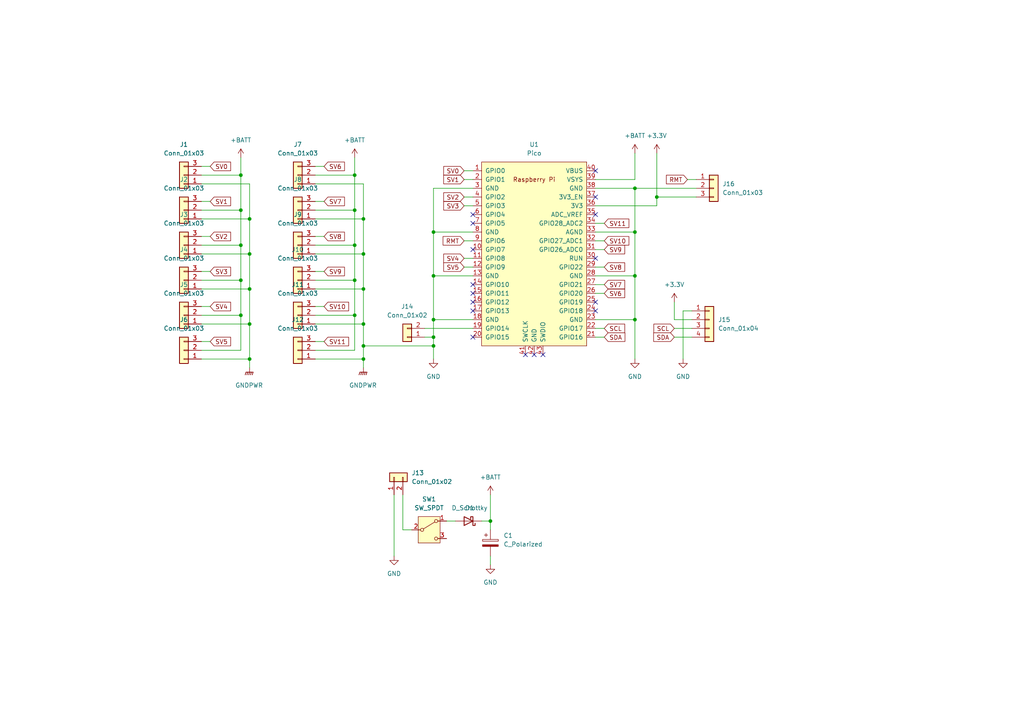
<source format=kicad_sch>
(kicad_sch
	(version 20231120)
	(generator "eeschema")
	(generator_version "8.0")
	(uuid "fa11a26e-3c28-4bdc-aeda-f51d234f192d")
	(paper "A4")
	(lib_symbols
		(symbol "Connector_Generic:Conn_01x02"
			(pin_names
				(offset 1.016) hide)
			(exclude_from_sim no)
			(in_bom yes)
			(on_board yes)
			(property "Reference" "J"
				(at 0 2.54 0)
				(effects
					(font
						(size 1.27 1.27)
					)
				)
			)
			(property "Value" "Conn_01x02"
				(at 0 -5.08 0)
				(effects
					(font
						(size 1.27 1.27)
					)
				)
			)
			(property "Footprint" ""
				(at 0 0 0)
				(effects
					(font
						(size 1.27 1.27)
					)
					(hide yes)
				)
			)
			(property "Datasheet" "~"
				(at 0 0 0)
				(effects
					(font
						(size 1.27 1.27)
					)
					(hide yes)
				)
			)
			(property "Description" "Generic connector, single row, 01x02, script generated (kicad-library-utils/schlib/autogen/connector/)"
				(at 0 0 0)
				(effects
					(font
						(size 1.27 1.27)
					)
					(hide yes)
				)
			)
			(property "ki_keywords" "connector"
				(at 0 0 0)
				(effects
					(font
						(size 1.27 1.27)
					)
					(hide yes)
				)
			)
			(property "ki_fp_filters" "Connector*:*_1x??_*"
				(at 0 0 0)
				(effects
					(font
						(size 1.27 1.27)
					)
					(hide yes)
				)
			)
			(symbol "Conn_01x02_1_1"
				(rectangle
					(start -1.27 -2.413)
					(end 0 -2.667)
					(stroke
						(width 0.1524)
						(type default)
					)
					(fill
						(type none)
					)
				)
				(rectangle
					(start -1.27 0.127)
					(end 0 -0.127)
					(stroke
						(width 0.1524)
						(type default)
					)
					(fill
						(type none)
					)
				)
				(rectangle
					(start -1.27 1.27)
					(end 1.27 -3.81)
					(stroke
						(width 0.254)
						(type default)
					)
					(fill
						(type background)
					)
				)
				(pin passive line
					(at -5.08 0 0)
					(length 3.81)
					(name "Pin_1"
						(effects
							(font
								(size 1.27 1.27)
							)
						)
					)
					(number "1"
						(effects
							(font
								(size 1.27 1.27)
							)
						)
					)
				)
				(pin passive line
					(at -5.08 -2.54 0)
					(length 3.81)
					(name "Pin_2"
						(effects
							(font
								(size 1.27 1.27)
							)
						)
					)
					(number "2"
						(effects
							(font
								(size 1.27 1.27)
							)
						)
					)
				)
			)
		)
		(symbol "Connector_Generic:Conn_01x03"
			(pin_names
				(offset 1.016) hide)
			(exclude_from_sim no)
			(in_bom yes)
			(on_board yes)
			(property "Reference" "J"
				(at 0 5.08 0)
				(effects
					(font
						(size 1.27 1.27)
					)
				)
			)
			(property "Value" "Conn_01x03"
				(at 0 -5.08 0)
				(effects
					(font
						(size 1.27 1.27)
					)
				)
			)
			(property "Footprint" ""
				(at 0 0 0)
				(effects
					(font
						(size 1.27 1.27)
					)
					(hide yes)
				)
			)
			(property "Datasheet" "~"
				(at 0 0 0)
				(effects
					(font
						(size 1.27 1.27)
					)
					(hide yes)
				)
			)
			(property "Description" "Generic connector, single row, 01x03, script generated (kicad-library-utils/schlib/autogen/connector/)"
				(at 0 0 0)
				(effects
					(font
						(size 1.27 1.27)
					)
					(hide yes)
				)
			)
			(property "ki_keywords" "connector"
				(at 0 0 0)
				(effects
					(font
						(size 1.27 1.27)
					)
					(hide yes)
				)
			)
			(property "ki_fp_filters" "Connector*:*_1x??_*"
				(at 0 0 0)
				(effects
					(font
						(size 1.27 1.27)
					)
					(hide yes)
				)
			)
			(symbol "Conn_01x03_1_1"
				(rectangle
					(start -1.27 -2.413)
					(end 0 -2.667)
					(stroke
						(width 0.1524)
						(type default)
					)
					(fill
						(type none)
					)
				)
				(rectangle
					(start -1.27 0.127)
					(end 0 -0.127)
					(stroke
						(width 0.1524)
						(type default)
					)
					(fill
						(type none)
					)
				)
				(rectangle
					(start -1.27 2.667)
					(end 0 2.413)
					(stroke
						(width 0.1524)
						(type default)
					)
					(fill
						(type none)
					)
				)
				(rectangle
					(start -1.27 3.81)
					(end 1.27 -3.81)
					(stroke
						(width 0.254)
						(type default)
					)
					(fill
						(type background)
					)
				)
				(pin passive line
					(at -5.08 2.54 0)
					(length 3.81)
					(name "Pin_1"
						(effects
							(font
								(size 1.27 1.27)
							)
						)
					)
					(number "1"
						(effects
							(font
								(size 1.27 1.27)
							)
						)
					)
				)
				(pin passive line
					(at -5.08 0 0)
					(length 3.81)
					(name "Pin_2"
						(effects
							(font
								(size 1.27 1.27)
							)
						)
					)
					(number "2"
						(effects
							(font
								(size 1.27 1.27)
							)
						)
					)
				)
				(pin passive line
					(at -5.08 -2.54 0)
					(length 3.81)
					(name "Pin_3"
						(effects
							(font
								(size 1.27 1.27)
							)
						)
					)
					(number "3"
						(effects
							(font
								(size 1.27 1.27)
							)
						)
					)
				)
			)
		)
		(symbol "Connector_Generic:Conn_01x04"
			(pin_names
				(offset 1.016) hide)
			(exclude_from_sim no)
			(in_bom yes)
			(on_board yes)
			(property "Reference" "J"
				(at 0 5.08 0)
				(effects
					(font
						(size 1.27 1.27)
					)
				)
			)
			(property "Value" "Conn_01x04"
				(at 0 -7.62 0)
				(effects
					(font
						(size 1.27 1.27)
					)
				)
			)
			(property "Footprint" ""
				(at 0 0 0)
				(effects
					(font
						(size 1.27 1.27)
					)
					(hide yes)
				)
			)
			(property "Datasheet" "~"
				(at 0 0 0)
				(effects
					(font
						(size 1.27 1.27)
					)
					(hide yes)
				)
			)
			(property "Description" "Generic connector, single row, 01x04, script generated (kicad-library-utils/schlib/autogen/connector/)"
				(at 0 0 0)
				(effects
					(font
						(size 1.27 1.27)
					)
					(hide yes)
				)
			)
			(property "ki_keywords" "connector"
				(at 0 0 0)
				(effects
					(font
						(size 1.27 1.27)
					)
					(hide yes)
				)
			)
			(property "ki_fp_filters" "Connector*:*_1x??_*"
				(at 0 0 0)
				(effects
					(font
						(size 1.27 1.27)
					)
					(hide yes)
				)
			)
			(symbol "Conn_01x04_1_1"
				(rectangle
					(start -1.27 -4.953)
					(end 0 -5.207)
					(stroke
						(width 0.1524)
						(type default)
					)
					(fill
						(type none)
					)
				)
				(rectangle
					(start -1.27 -2.413)
					(end 0 -2.667)
					(stroke
						(width 0.1524)
						(type default)
					)
					(fill
						(type none)
					)
				)
				(rectangle
					(start -1.27 0.127)
					(end 0 -0.127)
					(stroke
						(width 0.1524)
						(type default)
					)
					(fill
						(type none)
					)
				)
				(rectangle
					(start -1.27 2.667)
					(end 0 2.413)
					(stroke
						(width 0.1524)
						(type default)
					)
					(fill
						(type none)
					)
				)
				(rectangle
					(start -1.27 3.81)
					(end 1.27 -6.35)
					(stroke
						(width 0.254)
						(type default)
					)
					(fill
						(type background)
					)
				)
				(pin passive line
					(at -5.08 2.54 0)
					(length 3.81)
					(name "Pin_1"
						(effects
							(font
								(size 1.27 1.27)
							)
						)
					)
					(number "1"
						(effects
							(font
								(size 1.27 1.27)
							)
						)
					)
				)
				(pin passive line
					(at -5.08 0 0)
					(length 3.81)
					(name "Pin_2"
						(effects
							(font
								(size 1.27 1.27)
							)
						)
					)
					(number "2"
						(effects
							(font
								(size 1.27 1.27)
							)
						)
					)
				)
				(pin passive line
					(at -5.08 -2.54 0)
					(length 3.81)
					(name "Pin_3"
						(effects
							(font
								(size 1.27 1.27)
							)
						)
					)
					(number "3"
						(effects
							(font
								(size 1.27 1.27)
							)
						)
					)
				)
				(pin passive line
					(at -5.08 -5.08 0)
					(length 3.81)
					(name "Pin_4"
						(effects
							(font
								(size 1.27 1.27)
							)
						)
					)
					(number "4"
						(effects
							(font
								(size 1.27 1.27)
							)
						)
					)
				)
			)
		)
		(symbol "Device:C_Polarized"
			(pin_numbers hide)
			(pin_names
				(offset 0.254)
			)
			(exclude_from_sim no)
			(in_bom yes)
			(on_board yes)
			(property "Reference" "C"
				(at 0.635 2.54 0)
				(effects
					(font
						(size 1.27 1.27)
					)
					(justify left)
				)
			)
			(property "Value" "C_Polarized"
				(at 0.635 -2.54 0)
				(effects
					(font
						(size 1.27 1.27)
					)
					(justify left)
				)
			)
			(property "Footprint" ""
				(at 0.9652 -3.81 0)
				(effects
					(font
						(size 1.27 1.27)
					)
					(hide yes)
				)
			)
			(property "Datasheet" "~"
				(at 0 0 0)
				(effects
					(font
						(size 1.27 1.27)
					)
					(hide yes)
				)
			)
			(property "Description" "Polarized capacitor"
				(at 0 0 0)
				(effects
					(font
						(size 1.27 1.27)
					)
					(hide yes)
				)
			)
			(property "ki_keywords" "cap capacitor"
				(at 0 0 0)
				(effects
					(font
						(size 1.27 1.27)
					)
					(hide yes)
				)
			)
			(property "ki_fp_filters" "CP_*"
				(at 0 0 0)
				(effects
					(font
						(size 1.27 1.27)
					)
					(hide yes)
				)
			)
			(symbol "C_Polarized_0_1"
				(rectangle
					(start -2.286 0.508)
					(end 2.286 1.016)
					(stroke
						(width 0)
						(type default)
					)
					(fill
						(type none)
					)
				)
				(polyline
					(pts
						(xy -1.778 2.286) (xy -0.762 2.286)
					)
					(stroke
						(width 0)
						(type default)
					)
					(fill
						(type none)
					)
				)
				(polyline
					(pts
						(xy -1.27 2.794) (xy -1.27 1.778)
					)
					(stroke
						(width 0)
						(type default)
					)
					(fill
						(type none)
					)
				)
				(rectangle
					(start 2.286 -0.508)
					(end -2.286 -1.016)
					(stroke
						(width 0)
						(type default)
					)
					(fill
						(type outline)
					)
				)
			)
			(symbol "C_Polarized_1_1"
				(pin passive line
					(at 0 3.81 270)
					(length 2.794)
					(name "~"
						(effects
							(font
								(size 1.27 1.27)
							)
						)
					)
					(number "1"
						(effects
							(font
								(size 1.27 1.27)
							)
						)
					)
				)
				(pin passive line
					(at 0 -3.81 90)
					(length 2.794)
					(name "~"
						(effects
							(font
								(size 1.27 1.27)
							)
						)
					)
					(number "2"
						(effects
							(font
								(size 1.27 1.27)
							)
						)
					)
				)
			)
		)
		(symbol "Device:D_Schottky"
			(pin_numbers hide)
			(pin_names
				(offset 1.016) hide)
			(exclude_from_sim no)
			(in_bom yes)
			(on_board yes)
			(property "Reference" "D"
				(at 0 2.54 0)
				(effects
					(font
						(size 1.27 1.27)
					)
				)
			)
			(property "Value" "D_Schottky"
				(at 0 -2.54 0)
				(effects
					(font
						(size 1.27 1.27)
					)
				)
			)
			(property "Footprint" ""
				(at 0 0 0)
				(effects
					(font
						(size 1.27 1.27)
					)
					(hide yes)
				)
			)
			(property "Datasheet" "~"
				(at 0 0 0)
				(effects
					(font
						(size 1.27 1.27)
					)
					(hide yes)
				)
			)
			(property "Description" "Schottky diode"
				(at 0 0 0)
				(effects
					(font
						(size 1.27 1.27)
					)
					(hide yes)
				)
			)
			(property "ki_keywords" "diode Schottky"
				(at 0 0 0)
				(effects
					(font
						(size 1.27 1.27)
					)
					(hide yes)
				)
			)
			(property "ki_fp_filters" "TO-???* *_Diode_* *SingleDiode* D_*"
				(at 0 0 0)
				(effects
					(font
						(size 1.27 1.27)
					)
					(hide yes)
				)
			)
			(symbol "D_Schottky_0_1"
				(polyline
					(pts
						(xy 1.27 0) (xy -1.27 0)
					)
					(stroke
						(width 0)
						(type default)
					)
					(fill
						(type none)
					)
				)
				(polyline
					(pts
						(xy 1.27 1.27) (xy 1.27 -1.27) (xy -1.27 0) (xy 1.27 1.27)
					)
					(stroke
						(width 0.254)
						(type default)
					)
					(fill
						(type none)
					)
				)
				(polyline
					(pts
						(xy -1.905 0.635) (xy -1.905 1.27) (xy -1.27 1.27) (xy -1.27 -1.27) (xy -0.635 -1.27) (xy -0.635 -0.635)
					)
					(stroke
						(width 0.254)
						(type default)
					)
					(fill
						(type none)
					)
				)
			)
			(symbol "D_Schottky_1_1"
				(pin passive line
					(at -3.81 0 0)
					(length 2.54)
					(name "K"
						(effects
							(font
								(size 1.27 1.27)
							)
						)
					)
					(number "1"
						(effects
							(font
								(size 1.27 1.27)
							)
						)
					)
				)
				(pin passive line
					(at 3.81 0 180)
					(length 2.54)
					(name "A"
						(effects
							(font
								(size 1.27 1.27)
							)
						)
					)
					(number "2"
						(effects
							(font
								(size 1.27 1.27)
							)
						)
					)
				)
			)
		)
		(symbol "RPi_Pico:Pico"
			(pin_names
				(offset 1.016)
			)
			(exclude_from_sim no)
			(in_bom yes)
			(on_board yes)
			(property "Reference" "U"
				(at -13.97 27.94 0)
				(effects
					(font
						(size 1.27 1.27)
					)
				)
			)
			(property "Value" "Pico"
				(at 0 19.05 0)
				(effects
					(font
						(size 1.27 1.27)
					)
				)
			)
			(property "Footprint" "RPi_Pico:RPi_Pico_SMD_TH"
				(at 0 0 90)
				(effects
					(font
						(size 1.27 1.27)
					)
					(hide yes)
				)
			)
			(property "Datasheet" ""
				(at 0 0 0)
				(effects
					(font
						(size 1.27 1.27)
					)
					(hide yes)
				)
			)
			(property "Description" ""
				(at 0 0 0)
				(effects
					(font
						(size 1.27 1.27)
					)
					(hide yes)
				)
			)
			(symbol "Pico_0_0"
				(text "Raspberry Pi"
					(at 0 21.59 0)
					(effects
						(font
							(size 1.27 1.27)
						)
					)
				)
			)
			(symbol "Pico_0_1"
				(rectangle
					(start -15.24 26.67)
					(end 15.24 -26.67)
					(stroke
						(width 0)
						(type default)
					)
					(fill
						(type background)
					)
				)
			)
			(symbol "Pico_1_1"
				(pin bidirectional line
					(at -17.78 24.13 0)
					(length 2.54)
					(name "GPIO0"
						(effects
							(font
								(size 1.27 1.27)
							)
						)
					)
					(number "1"
						(effects
							(font
								(size 1.27 1.27)
							)
						)
					)
				)
				(pin bidirectional line
					(at -17.78 1.27 0)
					(length 2.54)
					(name "GPIO7"
						(effects
							(font
								(size 1.27 1.27)
							)
						)
					)
					(number "10"
						(effects
							(font
								(size 1.27 1.27)
							)
						)
					)
				)
				(pin bidirectional line
					(at -17.78 -1.27 0)
					(length 2.54)
					(name "GPIO8"
						(effects
							(font
								(size 1.27 1.27)
							)
						)
					)
					(number "11"
						(effects
							(font
								(size 1.27 1.27)
							)
						)
					)
				)
				(pin bidirectional line
					(at -17.78 -3.81 0)
					(length 2.54)
					(name "GPIO9"
						(effects
							(font
								(size 1.27 1.27)
							)
						)
					)
					(number "12"
						(effects
							(font
								(size 1.27 1.27)
							)
						)
					)
				)
				(pin power_in line
					(at -17.78 -6.35 0)
					(length 2.54)
					(name "GND"
						(effects
							(font
								(size 1.27 1.27)
							)
						)
					)
					(number "13"
						(effects
							(font
								(size 1.27 1.27)
							)
						)
					)
				)
				(pin bidirectional line
					(at -17.78 -8.89 0)
					(length 2.54)
					(name "GPIO10"
						(effects
							(font
								(size 1.27 1.27)
							)
						)
					)
					(number "14"
						(effects
							(font
								(size 1.27 1.27)
							)
						)
					)
				)
				(pin bidirectional line
					(at -17.78 -11.43 0)
					(length 2.54)
					(name "GPIO11"
						(effects
							(font
								(size 1.27 1.27)
							)
						)
					)
					(number "15"
						(effects
							(font
								(size 1.27 1.27)
							)
						)
					)
				)
				(pin bidirectional line
					(at -17.78 -13.97 0)
					(length 2.54)
					(name "GPIO12"
						(effects
							(font
								(size 1.27 1.27)
							)
						)
					)
					(number "16"
						(effects
							(font
								(size 1.27 1.27)
							)
						)
					)
				)
				(pin bidirectional line
					(at -17.78 -16.51 0)
					(length 2.54)
					(name "GPIO13"
						(effects
							(font
								(size 1.27 1.27)
							)
						)
					)
					(number "17"
						(effects
							(font
								(size 1.27 1.27)
							)
						)
					)
				)
				(pin power_in line
					(at -17.78 -19.05 0)
					(length 2.54)
					(name "GND"
						(effects
							(font
								(size 1.27 1.27)
							)
						)
					)
					(number "18"
						(effects
							(font
								(size 1.27 1.27)
							)
						)
					)
				)
				(pin bidirectional line
					(at -17.78 -21.59 0)
					(length 2.54)
					(name "GPIO14"
						(effects
							(font
								(size 1.27 1.27)
							)
						)
					)
					(number "19"
						(effects
							(font
								(size 1.27 1.27)
							)
						)
					)
				)
				(pin bidirectional line
					(at -17.78 21.59 0)
					(length 2.54)
					(name "GPIO1"
						(effects
							(font
								(size 1.27 1.27)
							)
						)
					)
					(number "2"
						(effects
							(font
								(size 1.27 1.27)
							)
						)
					)
				)
				(pin bidirectional line
					(at -17.78 -24.13 0)
					(length 2.54)
					(name "GPIO15"
						(effects
							(font
								(size 1.27 1.27)
							)
						)
					)
					(number "20"
						(effects
							(font
								(size 1.27 1.27)
							)
						)
					)
				)
				(pin bidirectional line
					(at 17.78 -24.13 180)
					(length 2.54)
					(name "GPIO16"
						(effects
							(font
								(size 1.27 1.27)
							)
						)
					)
					(number "21"
						(effects
							(font
								(size 1.27 1.27)
							)
						)
					)
				)
				(pin bidirectional line
					(at 17.78 -21.59 180)
					(length 2.54)
					(name "GPIO17"
						(effects
							(font
								(size 1.27 1.27)
							)
						)
					)
					(number "22"
						(effects
							(font
								(size 1.27 1.27)
							)
						)
					)
				)
				(pin power_in line
					(at 17.78 -19.05 180)
					(length 2.54)
					(name "GND"
						(effects
							(font
								(size 1.27 1.27)
							)
						)
					)
					(number "23"
						(effects
							(font
								(size 1.27 1.27)
							)
						)
					)
				)
				(pin bidirectional line
					(at 17.78 -16.51 180)
					(length 2.54)
					(name "GPIO18"
						(effects
							(font
								(size 1.27 1.27)
							)
						)
					)
					(number "24"
						(effects
							(font
								(size 1.27 1.27)
							)
						)
					)
				)
				(pin bidirectional line
					(at 17.78 -13.97 180)
					(length 2.54)
					(name "GPIO19"
						(effects
							(font
								(size 1.27 1.27)
							)
						)
					)
					(number "25"
						(effects
							(font
								(size 1.27 1.27)
							)
						)
					)
				)
				(pin bidirectional line
					(at 17.78 -11.43 180)
					(length 2.54)
					(name "GPIO20"
						(effects
							(font
								(size 1.27 1.27)
							)
						)
					)
					(number "26"
						(effects
							(font
								(size 1.27 1.27)
							)
						)
					)
				)
				(pin bidirectional line
					(at 17.78 -8.89 180)
					(length 2.54)
					(name "GPIO21"
						(effects
							(font
								(size 1.27 1.27)
							)
						)
					)
					(number "27"
						(effects
							(font
								(size 1.27 1.27)
							)
						)
					)
				)
				(pin power_in line
					(at 17.78 -6.35 180)
					(length 2.54)
					(name "GND"
						(effects
							(font
								(size 1.27 1.27)
							)
						)
					)
					(number "28"
						(effects
							(font
								(size 1.27 1.27)
							)
						)
					)
				)
				(pin bidirectional line
					(at 17.78 -3.81 180)
					(length 2.54)
					(name "GPIO22"
						(effects
							(font
								(size 1.27 1.27)
							)
						)
					)
					(number "29"
						(effects
							(font
								(size 1.27 1.27)
							)
						)
					)
				)
				(pin power_in line
					(at -17.78 19.05 0)
					(length 2.54)
					(name "GND"
						(effects
							(font
								(size 1.27 1.27)
							)
						)
					)
					(number "3"
						(effects
							(font
								(size 1.27 1.27)
							)
						)
					)
				)
				(pin input line
					(at 17.78 -1.27 180)
					(length 2.54)
					(name "RUN"
						(effects
							(font
								(size 1.27 1.27)
							)
						)
					)
					(number "30"
						(effects
							(font
								(size 1.27 1.27)
							)
						)
					)
				)
				(pin bidirectional line
					(at 17.78 1.27 180)
					(length 2.54)
					(name "GPIO26_ADC0"
						(effects
							(font
								(size 1.27 1.27)
							)
						)
					)
					(number "31"
						(effects
							(font
								(size 1.27 1.27)
							)
						)
					)
				)
				(pin bidirectional line
					(at 17.78 3.81 180)
					(length 2.54)
					(name "GPIO27_ADC1"
						(effects
							(font
								(size 1.27 1.27)
							)
						)
					)
					(number "32"
						(effects
							(font
								(size 1.27 1.27)
							)
						)
					)
				)
				(pin power_in line
					(at 17.78 6.35 180)
					(length 2.54)
					(name "AGND"
						(effects
							(font
								(size 1.27 1.27)
							)
						)
					)
					(number "33"
						(effects
							(font
								(size 1.27 1.27)
							)
						)
					)
				)
				(pin bidirectional line
					(at 17.78 8.89 180)
					(length 2.54)
					(name "GPIO28_ADC2"
						(effects
							(font
								(size 1.27 1.27)
							)
						)
					)
					(number "34"
						(effects
							(font
								(size 1.27 1.27)
							)
						)
					)
				)
				(pin unspecified line
					(at 17.78 11.43 180)
					(length 2.54)
					(name "ADC_VREF"
						(effects
							(font
								(size 1.27 1.27)
							)
						)
					)
					(number "35"
						(effects
							(font
								(size 1.27 1.27)
							)
						)
					)
				)
				(pin unspecified line
					(at 17.78 13.97 180)
					(length 2.54)
					(name "3V3"
						(effects
							(font
								(size 1.27 1.27)
							)
						)
					)
					(number "36"
						(effects
							(font
								(size 1.27 1.27)
							)
						)
					)
				)
				(pin input line
					(at 17.78 16.51 180)
					(length 2.54)
					(name "3V3_EN"
						(effects
							(font
								(size 1.27 1.27)
							)
						)
					)
					(number "37"
						(effects
							(font
								(size 1.27 1.27)
							)
						)
					)
				)
				(pin bidirectional line
					(at 17.78 19.05 180)
					(length 2.54)
					(name "GND"
						(effects
							(font
								(size 1.27 1.27)
							)
						)
					)
					(number "38"
						(effects
							(font
								(size 1.27 1.27)
							)
						)
					)
				)
				(pin unspecified line
					(at 17.78 21.59 180)
					(length 2.54)
					(name "VSYS"
						(effects
							(font
								(size 1.27 1.27)
							)
						)
					)
					(number "39"
						(effects
							(font
								(size 1.27 1.27)
							)
						)
					)
				)
				(pin bidirectional line
					(at -17.78 16.51 0)
					(length 2.54)
					(name "GPIO2"
						(effects
							(font
								(size 1.27 1.27)
							)
						)
					)
					(number "4"
						(effects
							(font
								(size 1.27 1.27)
							)
						)
					)
				)
				(pin unspecified line
					(at 17.78 24.13 180)
					(length 2.54)
					(name "VBUS"
						(effects
							(font
								(size 1.27 1.27)
							)
						)
					)
					(number "40"
						(effects
							(font
								(size 1.27 1.27)
							)
						)
					)
				)
				(pin input line
					(at -2.54 -29.21 90)
					(length 2.54)
					(name "SWCLK"
						(effects
							(font
								(size 1.27 1.27)
							)
						)
					)
					(number "41"
						(effects
							(font
								(size 1.27 1.27)
							)
						)
					)
				)
				(pin power_in line
					(at 0 -29.21 90)
					(length 2.54)
					(name "GND"
						(effects
							(font
								(size 1.27 1.27)
							)
						)
					)
					(number "42"
						(effects
							(font
								(size 1.27 1.27)
							)
						)
					)
				)
				(pin bidirectional line
					(at 2.54 -29.21 90)
					(length 2.54)
					(name "SWDIO"
						(effects
							(font
								(size 1.27 1.27)
							)
						)
					)
					(number "43"
						(effects
							(font
								(size 1.27 1.27)
							)
						)
					)
				)
				(pin bidirectional line
					(at -17.78 13.97 0)
					(length 2.54)
					(name "GPIO3"
						(effects
							(font
								(size 1.27 1.27)
							)
						)
					)
					(number "5"
						(effects
							(font
								(size 1.27 1.27)
							)
						)
					)
				)
				(pin bidirectional line
					(at -17.78 11.43 0)
					(length 2.54)
					(name "GPIO4"
						(effects
							(font
								(size 1.27 1.27)
							)
						)
					)
					(number "6"
						(effects
							(font
								(size 1.27 1.27)
							)
						)
					)
				)
				(pin bidirectional line
					(at -17.78 8.89 0)
					(length 2.54)
					(name "GPIO5"
						(effects
							(font
								(size 1.27 1.27)
							)
						)
					)
					(number "7"
						(effects
							(font
								(size 1.27 1.27)
							)
						)
					)
				)
				(pin power_in line
					(at -17.78 6.35 0)
					(length 2.54)
					(name "GND"
						(effects
							(font
								(size 1.27 1.27)
							)
						)
					)
					(number "8"
						(effects
							(font
								(size 1.27 1.27)
							)
						)
					)
				)
				(pin bidirectional line
					(at -17.78 3.81 0)
					(length 2.54)
					(name "GPIO6"
						(effects
							(font
								(size 1.27 1.27)
							)
						)
					)
					(number "9"
						(effects
							(font
								(size 1.27 1.27)
							)
						)
					)
				)
			)
		)
		(symbol "SW_SPDT_1"
			(pin_names
				(offset 0) hide)
			(exclude_from_sim no)
			(in_bom yes)
			(on_board yes)
			(property "Reference" "SW"
				(at 0 5.08 0)
				(effects
					(font
						(size 1.27 1.27)
					)
				)
			)
			(property "Value" "SW_SPDT"
				(at 0 -5.08 0)
				(effects
					(font
						(size 1.27 1.27)
					)
				)
			)
			(property "Footprint" ""
				(at 0 0 0)
				(effects
					(font
						(size 1.27 1.27)
					)
					(hide yes)
				)
			)
			(property "Datasheet" "~"
				(at 0 -7.62 0)
				(effects
					(font
						(size 1.27 1.27)
					)
					(hide yes)
				)
			)
			(property "Description" "Switch, single pole double throw"
				(at 0 0 0)
				(effects
					(font
						(size 1.27 1.27)
					)
					(hide yes)
				)
			)
			(property "ki_keywords" "switch single-pole double-throw spdt ON-ON"
				(at 0 0 0)
				(effects
					(font
						(size 1.27 1.27)
					)
					(hide yes)
				)
			)
			(symbol "SW_SPDT_1_0_1"
				(circle
					(center -2.032 0)
					(radius 0.4572)
					(stroke
						(width 0)
						(type default)
					)
					(fill
						(type none)
					)
				)
				(polyline
					(pts
						(xy -1.651 0.254) (xy 1.651 2.286)
					)
					(stroke
						(width 0)
						(type default)
					)
					(fill
						(type none)
					)
				)
				(circle
					(center 2.032 -2.54)
					(radius 0.4572)
					(stroke
						(width 0)
						(type default)
					)
					(fill
						(type none)
					)
				)
				(circle
					(center 2.032 2.54)
					(radius 0.4572)
					(stroke
						(width 0)
						(type default)
					)
					(fill
						(type none)
					)
				)
			)
			(symbol "SW_SPDT_1_1_1"
				(rectangle
					(start -3.175 3.81)
					(end 3.175 -3.81)
					(stroke
						(width 0)
						(type default)
					)
					(fill
						(type background)
					)
				)
				(pin passive line
					(at 5.08 2.54 180)
					(length 2.54)
					(name "A"
						(effects
							(font
								(size 1.27 1.27)
							)
						)
					)
					(number "1"
						(effects
							(font
								(size 1.27 1.27)
							)
						)
					)
				)
				(pin passive line
					(at -5.08 0 0)
					(length 2.54)
					(name "B"
						(effects
							(font
								(size 1.27 1.27)
							)
						)
					)
					(number "2"
						(effects
							(font
								(size 1.27 1.27)
							)
						)
					)
				)
				(pin passive line
					(at 5.08 -2.54 180)
					(length 2.54)
					(name "C"
						(effects
							(font
								(size 1.27 1.27)
							)
						)
					)
					(number "3"
						(effects
							(font
								(size 1.27 1.27)
							)
						)
					)
				)
			)
		)
		(symbol "power:+3.3V"
			(power)
			(pin_names
				(offset 0)
			)
			(exclude_from_sim no)
			(in_bom yes)
			(on_board yes)
			(property "Reference" "#PWR"
				(at 0 -3.81 0)
				(effects
					(font
						(size 1.27 1.27)
					)
					(hide yes)
				)
			)
			(property "Value" "+3.3V"
				(at 0 3.556 0)
				(effects
					(font
						(size 1.27 1.27)
					)
				)
			)
			(property "Footprint" ""
				(at 0 0 0)
				(effects
					(font
						(size 1.27 1.27)
					)
					(hide yes)
				)
			)
			(property "Datasheet" ""
				(at 0 0 0)
				(effects
					(font
						(size 1.27 1.27)
					)
					(hide yes)
				)
			)
			(property "Description" "Power symbol creates a global label with name \"+3.3V\""
				(at 0 0 0)
				(effects
					(font
						(size 1.27 1.27)
					)
					(hide yes)
				)
			)
			(property "ki_keywords" "power-flag"
				(at 0 0 0)
				(effects
					(font
						(size 1.27 1.27)
					)
					(hide yes)
				)
			)
			(symbol "+3.3V_0_1"
				(polyline
					(pts
						(xy -0.762 1.27) (xy 0 2.54)
					)
					(stroke
						(width 0)
						(type default)
					)
					(fill
						(type none)
					)
				)
				(polyline
					(pts
						(xy 0 0) (xy 0 2.54)
					)
					(stroke
						(width 0)
						(type default)
					)
					(fill
						(type none)
					)
				)
				(polyline
					(pts
						(xy 0 2.54) (xy 0.762 1.27)
					)
					(stroke
						(width 0)
						(type default)
					)
					(fill
						(type none)
					)
				)
			)
			(symbol "+3.3V_1_1"
				(pin power_in line
					(at 0 0 90)
					(length 0) hide
					(name "+3.3V"
						(effects
							(font
								(size 1.27 1.27)
							)
						)
					)
					(number "1"
						(effects
							(font
								(size 1.27 1.27)
							)
						)
					)
				)
			)
		)
		(symbol "power:+BATT"
			(power)
			(pin_names
				(offset 0)
			)
			(exclude_from_sim no)
			(in_bom yes)
			(on_board yes)
			(property "Reference" "#PWR"
				(at 0 -3.81 0)
				(effects
					(font
						(size 1.27 1.27)
					)
					(hide yes)
				)
			)
			(property "Value" "+BATT"
				(at 0 3.556 0)
				(effects
					(font
						(size 1.27 1.27)
					)
				)
			)
			(property "Footprint" ""
				(at 0 0 0)
				(effects
					(font
						(size 1.27 1.27)
					)
					(hide yes)
				)
			)
			(property "Datasheet" ""
				(at 0 0 0)
				(effects
					(font
						(size 1.27 1.27)
					)
					(hide yes)
				)
			)
			(property "Description" "Power symbol creates a global label with name \"+BATT\""
				(at 0 0 0)
				(effects
					(font
						(size 1.27 1.27)
					)
					(hide yes)
				)
			)
			(property "ki_keywords" "power-flag battery"
				(at 0 0 0)
				(effects
					(font
						(size 1.27 1.27)
					)
					(hide yes)
				)
			)
			(symbol "+BATT_0_1"
				(polyline
					(pts
						(xy -0.762 1.27) (xy 0 2.54)
					)
					(stroke
						(width 0)
						(type default)
					)
					(fill
						(type none)
					)
				)
				(polyline
					(pts
						(xy 0 0) (xy 0 2.54)
					)
					(stroke
						(width 0)
						(type default)
					)
					(fill
						(type none)
					)
				)
				(polyline
					(pts
						(xy 0 2.54) (xy 0.762 1.27)
					)
					(stroke
						(width 0)
						(type default)
					)
					(fill
						(type none)
					)
				)
			)
			(symbol "+BATT_1_1"
				(pin power_in line
					(at 0 0 90)
					(length 0) hide
					(name "+BATT"
						(effects
							(font
								(size 1.27 1.27)
							)
						)
					)
					(number "1"
						(effects
							(font
								(size 1.27 1.27)
							)
						)
					)
				)
			)
		)
		(symbol "power:GND"
			(power)
			(pin_names
				(offset 0)
			)
			(exclude_from_sim no)
			(in_bom yes)
			(on_board yes)
			(property "Reference" "#PWR"
				(at 0 -6.35 0)
				(effects
					(font
						(size 1.27 1.27)
					)
					(hide yes)
				)
			)
			(property "Value" "GND"
				(at 0 -3.81 0)
				(effects
					(font
						(size 1.27 1.27)
					)
				)
			)
			(property "Footprint" ""
				(at 0 0 0)
				(effects
					(font
						(size 1.27 1.27)
					)
					(hide yes)
				)
			)
			(property "Datasheet" ""
				(at 0 0 0)
				(effects
					(font
						(size 1.27 1.27)
					)
					(hide yes)
				)
			)
			(property "Description" "Power symbol creates a global label with name \"GND\" , ground"
				(at 0 0 0)
				(effects
					(font
						(size 1.27 1.27)
					)
					(hide yes)
				)
			)
			(property "ki_keywords" "power-flag"
				(at 0 0 0)
				(effects
					(font
						(size 1.27 1.27)
					)
					(hide yes)
				)
			)
			(symbol "GND_0_1"
				(polyline
					(pts
						(xy 0 0) (xy 0 -1.27) (xy 1.27 -1.27) (xy 0 -2.54) (xy -1.27 -1.27) (xy 0 -1.27)
					)
					(stroke
						(width 0)
						(type default)
					)
					(fill
						(type none)
					)
				)
			)
			(symbol "GND_1_1"
				(pin power_in line
					(at 0 0 270)
					(length 0) hide
					(name "GND"
						(effects
							(font
								(size 1.27 1.27)
							)
						)
					)
					(number "1"
						(effects
							(font
								(size 1.27 1.27)
							)
						)
					)
				)
			)
		)
		(symbol "power:GNDPWR"
			(power)
			(pin_names
				(offset 0)
			)
			(exclude_from_sim no)
			(in_bom yes)
			(on_board yes)
			(property "Reference" "#PWR"
				(at 0 -5.08 0)
				(effects
					(font
						(size 1.27 1.27)
					)
					(hide yes)
				)
			)
			(property "Value" "GNDPWR"
				(at 0 -3.302 0)
				(effects
					(font
						(size 1.27 1.27)
					)
				)
			)
			(property "Footprint" ""
				(at 0 -1.27 0)
				(effects
					(font
						(size 1.27 1.27)
					)
					(hide yes)
				)
			)
			(property "Datasheet" ""
				(at 0 -1.27 0)
				(effects
					(font
						(size 1.27 1.27)
					)
					(hide yes)
				)
			)
			(property "Description" "Power symbol creates a global label with name \"GNDPWR\" , power ground"
				(at 0 0 0)
				(effects
					(font
						(size 1.27 1.27)
					)
					(hide yes)
				)
			)
			(property "ki_keywords" "power-flag"
				(at 0 0 0)
				(effects
					(font
						(size 1.27 1.27)
					)
					(hide yes)
				)
			)
			(symbol "GNDPWR_0_1"
				(polyline
					(pts
						(xy 0 -1.27) (xy 0 0)
					)
					(stroke
						(width 0)
						(type default)
					)
					(fill
						(type none)
					)
				)
				(polyline
					(pts
						(xy -1.016 -1.27) (xy -1.27 -2.032) (xy -1.27 -2.032)
					)
					(stroke
						(width 0.2032)
						(type default)
					)
					(fill
						(type none)
					)
				)
				(polyline
					(pts
						(xy -0.508 -1.27) (xy -0.762 -2.032) (xy -0.762 -2.032)
					)
					(stroke
						(width 0.2032)
						(type default)
					)
					(fill
						(type none)
					)
				)
				(polyline
					(pts
						(xy 0 -1.27) (xy -0.254 -2.032) (xy -0.254 -2.032)
					)
					(stroke
						(width 0.2032)
						(type default)
					)
					(fill
						(type none)
					)
				)
				(polyline
					(pts
						(xy 0.508 -1.27) (xy 0.254 -2.032) (xy 0.254 -2.032)
					)
					(stroke
						(width 0.2032)
						(type default)
					)
					(fill
						(type none)
					)
				)
				(polyline
					(pts
						(xy 1.016 -1.27) (xy -1.016 -1.27) (xy -1.016 -1.27)
					)
					(stroke
						(width 0.2032)
						(type default)
					)
					(fill
						(type none)
					)
				)
				(polyline
					(pts
						(xy 1.016 -1.27) (xy 0.762 -2.032) (xy 0.762 -2.032) (xy 0.762 -2.032)
					)
					(stroke
						(width 0.2032)
						(type default)
					)
					(fill
						(type none)
					)
				)
			)
			(symbol "GNDPWR_1_1"
				(pin power_in line
					(at 0 0 270)
					(length 0) hide
					(name "GNDPWR"
						(effects
							(font
								(size 1.27 1.27)
							)
						)
					)
					(number "1"
						(effects
							(font
								(size 1.27 1.27)
							)
						)
					)
				)
			)
		)
	)
	(junction
		(at 105.41 100.33)
		(diameter 0)
		(color 0 0 0 0)
		(uuid "04ee262f-891a-408f-9768-6578ff76a767")
	)
	(junction
		(at 72.39 83.82)
		(diameter 0)
		(color 0 0 0 0)
		(uuid "213756ae-8ac7-4884-a4a1-820f49d77fcb")
	)
	(junction
		(at 102.87 81.28)
		(diameter 0)
		(color 0 0 0 0)
		(uuid "2d03578d-fa41-4538-9457-df0766cda6de")
	)
	(junction
		(at 69.85 60.96)
		(diameter 0)
		(color 0 0 0 0)
		(uuid "2ecbf512-4f21-41b1-bedd-6c43762948ab")
	)
	(junction
		(at 184.15 92.71)
		(diameter 0)
		(color 0 0 0 0)
		(uuid "312d709a-917e-4d1e-a000-b355129fbbad")
	)
	(junction
		(at 125.73 80.01)
		(diameter 0)
		(color 0 0 0 0)
		(uuid "3a756dff-bfdf-436e-bd7b-fe6952061896")
	)
	(junction
		(at 190.5 57.15)
		(diameter 0)
		(color 0 0 0 0)
		(uuid "3b49dd02-a1c4-48f1-b050-b892d47ffd5d")
	)
	(junction
		(at 125.73 100.33)
		(diameter 0)
		(color 0 0 0 0)
		(uuid "438f6ac3-8f21-4287-9954-24017fbcfa67")
	)
	(junction
		(at 69.85 71.12)
		(diameter 0)
		(color 0 0 0 0)
		(uuid "43a852b4-3f50-4221-ab3c-bd55f6ec3733")
	)
	(junction
		(at 72.39 93.98)
		(diameter 0)
		(color 0 0 0 0)
		(uuid "50d551b0-85ab-46b3-8f1a-fd8659bba65a")
	)
	(junction
		(at 184.15 54.61)
		(diameter 0)
		(color 0 0 0 0)
		(uuid "681de484-a494-45ba-bf29-65e4ea82c295")
	)
	(junction
		(at 102.87 50.8)
		(diameter 0)
		(color 0 0 0 0)
		(uuid "69df3b81-2f63-45fc-b755-1098dafaa457")
	)
	(junction
		(at 125.73 67.31)
		(diameter 0)
		(color 0 0 0 0)
		(uuid "743559c3-8454-4e08-91d3-6b51b4c89fe4")
	)
	(junction
		(at 142.24 151.13)
		(diameter 0)
		(color 0 0 0 0)
		(uuid "76ff0b1a-9924-49dd-bc48-98a4f49a03a2")
	)
	(junction
		(at 184.15 67.31)
		(diameter 0)
		(color 0 0 0 0)
		(uuid "a2d27e70-996a-46cf-ae77-a283226d5b73")
	)
	(junction
		(at 69.85 50.8)
		(diameter 0)
		(color 0 0 0 0)
		(uuid "a6d34834-e21c-4d42-bff5-54af79cb1402")
	)
	(junction
		(at 102.87 60.96)
		(diameter 0)
		(color 0 0 0 0)
		(uuid "b0bd3652-2b58-4026-9eb9-9b8b28f7aa61")
	)
	(junction
		(at 125.73 97.79)
		(diameter 0)
		(color 0 0 0 0)
		(uuid "b4280317-7c56-4a80-933c-6db979022418")
	)
	(junction
		(at 72.39 63.5)
		(diameter 0)
		(color 0 0 0 0)
		(uuid "b4b3b745-7185-4683-bb31-0c38bb04ae04")
	)
	(junction
		(at 72.39 73.66)
		(diameter 0)
		(color 0 0 0 0)
		(uuid "b89f85ca-ff37-449c-bfb2-0ec9d6fee91c")
	)
	(junction
		(at 102.87 91.44)
		(diameter 0)
		(color 0 0 0 0)
		(uuid "bed9e035-5e68-4137-a2f4-9793584cf556")
	)
	(junction
		(at 184.15 80.01)
		(diameter 0)
		(color 0 0 0 0)
		(uuid "c2e0e63d-93b3-45ca-af3d-d77f0e137de6")
	)
	(junction
		(at 105.41 63.5)
		(diameter 0)
		(color 0 0 0 0)
		(uuid "cb033b8d-48a8-4136-b117-f2b0557dc4dc")
	)
	(junction
		(at 105.41 104.14)
		(diameter 0)
		(color 0 0 0 0)
		(uuid "cee8d419-a5aa-4c50-ac97-8a5088707e03")
	)
	(junction
		(at 69.85 81.28)
		(diameter 0)
		(color 0 0 0 0)
		(uuid "d89d727a-6f88-43aa-85b8-56a0da4254b6")
	)
	(junction
		(at 105.41 93.98)
		(diameter 0)
		(color 0 0 0 0)
		(uuid "db8eaeb0-d0d2-4d67-99de-17c049a7bb05")
	)
	(junction
		(at 105.41 73.66)
		(diameter 0)
		(color 0 0 0 0)
		(uuid "dc6ad4c3-c4c3-467f-a891-bb96dce3e247")
	)
	(junction
		(at 102.87 71.12)
		(diameter 0)
		(color 0 0 0 0)
		(uuid "e1a8aa1f-cae4-4c89-8ba4-b7c61adf7186")
	)
	(junction
		(at 105.41 83.82)
		(diameter 0)
		(color 0 0 0 0)
		(uuid "e7d862a6-2cd8-4d1e-9902-9c0ea9d47bf9")
	)
	(junction
		(at 72.39 104.14)
		(diameter 0)
		(color 0 0 0 0)
		(uuid "ee1044e0-9f0c-47b5-ac3d-a3f424b16668")
	)
	(junction
		(at 69.85 91.44)
		(diameter 0)
		(color 0 0 0 0)
		(uuid "f89a5e32-9aa0-482c-8024-2c68a744d943")
	)
	(junction
		(at 125.73 92.71)
		(diameter 0)
		(color 0 0 0 0)
		(uuid "fdc4b8c9-bb47-40a1-b446-924389709a45")
	)
	(no_connect
		(at 137.16 85.09)
		(uuid "cf2cf226-3e5f-4616-9a4b-717c8ff45a96")
	)
	(no_connect
		(at 137.16 90.17)
		(uuid "cf2cf226-3e5f-4616-9a4b-717c8ff45a97")
	)
	(no_connect
		(at 137.16 87.63)
		(uuid "cf2cf226-3e5f-4616-9a4b-717c8ff45a99")
	)
	(no_connect
		(at 152.4 102.87)
		(uuid "cf2cf226-3e5f-4616-9a4b-717c8ff45a9a")
	)
	(no_connect
		(at 137.16 97.79)
		(uuid "cf2cf226-3e5f-4616-9a4b-717c8ff45a9b")
	)
	(no_connect
		(at 154.94 102.87)
		(uuid "cf2cf226-3e5f-4616-9a4b-717c8ff45a9c")
	)
	(no_connect
		(at 172.72 62.23)
		(uuid "cf2cf226-3e5f-4616-9a4b-717c8ff45a9d")
	)
	(no_connect
		(at 172.72 49.53)
		(uuid "cf2cf226-3e5f-4616-9a4b-717c8ff45a9e")
	)
	(no_connect
		(at 172.72 57.15)
		(uuid "cf2cf226-3e5f-4616-9a4b-717c8ff45a9f")
	)
	(no_connect
		(at 172.72 90.17)
		(uuid "cf2cf226-3e5f-4616-9a4b-717c8ff45aa0")
	)
	(no_connect
		(at 157.48 102.87)
		(uuid "cf2cf226-3e5f-4616-9a4b-717c8ff45aa1")
	)
	(no_connect
		(at 172.72 87.63)
		(uuid "cf2cf226-3e5f-4616-9a4b-717c8ff45aa2")
	)
	(no_connect
		(at 172.72 74.93)
		(uuid "cf2cf226-3e5f-4616-9a4b-717c8ff45aa3")
	)
	(no_connect
		(at 137.16 72.39)
		(uuid "cf2cf226-3e5f-4616-9a4b-717c8ff45aa4")
	)
	(no_connect
		(at 137.16 62.23)
		(uuid "cf2cf226-3e5f-4616-9a4b-717c8ff45aa5")
	)
	(no_connect
		(at 137.16 64.77)
		(uuid "cf2cf226-3e5f-4616-9a4b-717c8ff45aa6")
	)
	(no_connect
		(at 137.16 82.55)
		(uuid "cf2cf226-3e5f-4616-9a4b-717c8ff45aa7")
	)
	(wire
		(pts
			(xy 91.44 73.66) (xy 105.41 73.66)
		)
		(stroke
			(width 0)
			(type default)
		)
		(uuid "0156afed-96b7-4f59-8f02-f07afd6ecab7")
	)
	(wire
		(pts
			(xy 125.73 100.33) (xy 125.73 104.14)
		)
		(stroke
			(width 0)
			(type default)
		)
		(uuid "036dce0a-d385-48cc-a4c1-c1f4f3da41aa")
	)
	(wire
		(pts
			(xy 139.7 151.13) (xy 142.24 151.13)
		)
		(stroke
			(width 0)
			(type default)
		)
		(uuid "07d51cef-de67-414c-84ba-1a581741afe7")
	)
	(wire
		(pts
			(xy 91.44 81.28) (xy 102.87 81.28)
		)
		(stroke
			(width 0)
			(type default)
		)
		(uuid "0a837087-b526-489c-aeae-b06eeab94fb4")
	)
	(wire
		(pts
			(xy 91.44 58.42) (xy 93.98 58.42)
		)
		(stroke
			(width 0)
			(type default)
		)
		(uuid "0c672d50-3b24-4b03-8c96-8e359a6f2dd7")
	)
	(wire
		(pts
			(xy 195.58 97.79) (xy 200.66 97.79)
		)
		(stroke
			(width 0)
			(type default)
		)
		(uuid "0cbbfd4c-f175-4761-bd46-2e1f0bbce795")
	)
	(wire
		(pts
			(xy 105.41 93.98) (xy 105.41 100.33)
		)
		(stroke
			(width 0)
			(type default)
		)
		(uuid "0ea84c29-d0e6-468b-877f-a699628f3783")
	)
	(wire
		(pts
			(xy 105.41 83.82) (xy 105.41 93.98)
		)
		(stroke
			(width 0)
			(type default)
		)
		(uuid "0fb0e4ad-6050-4fe1-9903-f0bb7a3abe9f")
	)
	(wire
		(pts
			(xy 172.72 82.55) (xy 175.26 82.55)
		)
		(stroke
			(width 0)
			(type default)
		)
		(uuid "104e01fb-6d56-4d59-98e3-478fed5d3d2a")
	)
	(wire
		(pts
			(xy 102.87 81.28) (xy 102.87 71.12)
		)
		(stroke
			(width 0)
			(type default)
		)
		(uuid "16795a83-83f2-49ff-b368-03f51653ec4e")
	)
	(wire
		(pts
			(xy 172.72 59.69) (xy 190.5 59.69)
		)
		(stroke
			(width 0)
			(type default)
		)
		(uuid "16b28c18-2d08-4b17-ad5b-afb97a34ca1d")
	)
	(wire
		(pts
			(xy 72.39 63.5) (xy 72.39 73.66)
		)
		(stroke
			(width 0)
			(type default)
		)
		(uuid "16f89d8d-481c-45d4-9ecb-0358ae9a732f")
	)
	(wire
		(pts
			(xy 58.42 73.66) (xy 72.39 73.66)
		)
		(stroke
			(width 0)
			(type default)
		)
		(uuid "1825265e-a1d8-4aa9-acf9-69e74954b4ea")
	)
	(wire
		(pts
			(xy 184.15 67.31) (xy 184.15 54.61)
		)
		(stroke
			(width 0)
			(type default)
		)
		(uuid "1998aaa3-052c-49e0-9b12-557f5f099fe7")
	)
	(wire
		(pts
			(xy 125.73 80.01) (xy 137.16 80.01)
		)
		(stroke
			(width 0)
			(type default)
		)
		(uuid "1cc30314-8c0b-422f-b713-f330f41d1b4c")
	)
	(wire
		(pts
			(xy 91.44 83.82) (xy 105.41 83.82)
		)
		(stroke
			(width 0)
			(type default)
		)
		(uuid "1cc98cb4-beb9-47f9-86cc-f574dd82b420")
	)
	(wire
		(pts
			(xy 125.73 97.79) (xy 125.73 100.33)
		)
		(stroke
			(width 0)
			(type default)
		)
		(uuid "1d4db151-51a2-4f4d-b945-dc3e3dff6077")
	)
	(wire
		(pts
			(xy 58.42 88.9) (xy 60.96 88.9)
		)
		(stroke
			(width 0)
			(type default)
		)
		(uuid "1dbbde71-1da8-4912-bb9b-65d137233855")
	)
	(wire
		(pts
			(xy 58.42 81.28) (xy 69.85 81.28)
		)
		(stroke
			(width 0)
			(type default)
		)
		(uuid "1fcda69c-5724-449c-ae39-7af759958a4a")
	)
	(wire
		(pts
			(xy 102.87 71.12) (xy 102.87 60.96)
		)
		(stroke
			(width 0)
			(type default)
		)
		(uuid "1fedb6c4-c0ad-44ac-a45f-deec2f6d044d")
	)
	(wire
		(pts
			(xy 69.85 101.6) (xy 69.85 91.44)
		)
		(stroke
			(width 0)
			(type default)
		)
		(uuid "225b37ba-07ed-440f-82ee-f3fcdbcaa09d")
	)
	(wire
		(pts
			(xy 91.44 101.6) (xy 102.87 101.6)
		)
		(stroke
			(width 0)
			(type default)
		)
		(uuid "2362ecb5-4e86-4344-bc44-141dcab2eb7b")
	)
	(wire
		(pts
			(xy 91.44 91.44) (xy 102.87 91.44)
		)
		(stroke
			(width 0)
			(type default)
		)
		(uuid "249ac8ab-bae2-4be4-ba12-70effb7374b4")
	)
	(wire
		(pts
			(xy 198.12 90.17) (xy 198.12 104.14)
		)
		(stroke
			(width 0)
			(type default)
		)
		(uuid "28d92562-8271-464b-a502-c16bb59fde55")
	)
	(wire
		(pts
			(xy 142.24 151.13) (xy 142.24 153.67)
		)
		(stroke
			(width 0)
			(type default)
		)
		(uuid "29825928-6aac-4066-a4fb-32fabfb3827b")
	)
	(wire
		(pts
			(xy 58.42 68.58) (xy 60.96 68.58)
		)
		(stroke
			(width 0)
			(type default)
		)
		(uuid "2b0ebaf9-be09-4929-b221-b9c5c464f691")
	)
	(wire
		(pts
			(xy 184.15 54.61) (xy 172.72 54.61)
		)
		(stroke
			(width 0)
			(type default)
		)
		(uuid "2ccdd227-eeaf-4d3e-ada8-2a52859770fe")
	)
	(wire
		(pts
			(xy 105.41 53.34) (xy 105.41 63.5)
		)
		(stroke
			(width 0)
			(type default)
		)
		(uuid "2db2bb6c-c3d2-4760-a5ad-0317cdb0b20b")
	)
	(wire
		(pts
			(xy 105.41 63.5) (xy 105.41 73.66)
		)
		(stroke
			(width 0)
			(type default)
		)
		(uuid "2eb57b17-8650-402c-8d45-a595cd35c075")
	)
	(wire
		(pts
			(xy 69.85 91.44) (xy 69.85 81.28)
		)
		(stroke
			(width 0)
			(type default)
		)
		(uuid "30a341f2-614d-428a-98d9-b33bb13a5d3c")
	)
	(wire
		(pts
			(xy 58.42 58.42) (xy 60.96 58.42)
		)
		(stroke
			(width 0)
			(type default)
		)
		(uuid "328af671-c5f3-457f-96e3-c679cf52ea17")
	)
	(wire
		(pts
			(xy 58.42 60.96) (xy 69.85 60.96)
		)
		(stroke
			(width 0)
			(type default)
		)
		(uuid "33ae74d6-1335-42c2-a1f0-a148dfa93f43")
	)
	(wire
		(pts
			(xy 114.3 143.51) (xy 114.3 161.29)
		)
		(stroke
			(width 0)
			(type default)
		)
		(uuid "34e8c889-d5fd-4432-95ff-5699a1322705")
	)
	(wire
		(pts
			(xy 116.84 153.67) (xy 119.38 153.67)
		)
		(stroke
			(width 0)
			(type default)
		)
		(uuid "35f85991-6592-4d26-85a9-5f53b66aabd9")
	)
	(wire
		(pts
			(xy 125.73 54.61) (xy 125.73 67.31)
		)
		(stroke
			(width 0)
			(type default)
		)
		(uuid "3a94f136-b567-4e39-bc85-2819e1715c76")
	)
	(wire
		(pts
			(xy 172.72 69.85) (xy 175.26 69.85)
		)
		(stroke
			(width 0)
			(type default)
		)
		(uuid "3ad27cf6-fc83-4da4-896f-f054fb04a441")
	)
	(wire
		(pts
			(xy 200.66 90.17) (xy 198.12 90.17)
		)
		(stroke
			(width 0)
			(type default)
		)
		(uuid "3afc3f04-1bef-4961-9b8b-bbc5ab69a92b")
	)
	(wire
		(pts
			(xy 172.72 97.79) (xy 175.26 97.79)
		)
		(stroke
			(width 0)
			(type default)
		)
		(uuid "3b671f3b-62cf-4e52-8ac6-106a91304341")
	)
	(wire
		(pts
			(xy 72.39 104.14) (xy 72.39 106.68)
		)
		(stroke
			(width 0)
			(type default)
		)
		(uuid "3c0949e5-aefb-481d-ac0b-4969a86d3f95")
	)
	(wire
		(pts
			(xy 116.84 143.51) (xy 116.84 153.67)
		)
		(stroke
			(width 0)
			(type default)
		)
		(uuid "4260c050-1336-4975-9ae5-12a241d61ebd")
	)
	(wire
		(pts
			(xy 190.5 59.69) (xy 190.5 57.15)
		)
		(stroke
			(width 0)
			(type default)
		)
		(uuid "431a522c-d460-4837-9c01-d3734bdf9cdd")
	)
	(wire
		(pts
			(xy 172.72 92.71) (xy 184.15 92.71)
		)
		(stroke
			(width 0)
			(type default)
		)
		(uuid "43ead3a4-3d9d-4e19-aa27-622d0e31e132")
	)
	(wire
		(pts
			(xy 69.85 50.8) (xy 69.85 45.72)
		)
		(stroke
			(width 0)
			(type default)
		)
		(uuid "481c0df8-417c-4648-b3f0-de111ebeb731")
	)
	(wire
		(pts
			(xy 69.85 60.96) (xy 69.85 50.8)
		)
		(stroke
			(width 0)
			(type default)
		)
		(uuid "49148fa7-ab71-4510-b2c7-7a91fe566856")
	)
	(wire
		(pts
			(xy 58.42 104.14) (xy 72.39 104.14)
		)
		(stroke
			(width 0)
			(type default)
		)
		(uuid "4add44b4-b798-449d-81c8-d76df7340ff4")
	)
	(wire
		(pts
			(xy 195.58 95.25) (xy 200.66 95.25)
		)
		(stroke
			(width 0)
			(type default)
		)
		(uuid "4e2977b2-5043-4b8a-a6bf-f81236d5ae7b")
	)
	(wire
		(pts
			(xy 184.15 80.01) (xy 184.15 67.31)
		)
		(stroke
			(width 0)
			(type default)
		)
		(uuid "4ebe6f6c-6a04-40f3-b5b2-85fa66d43f69")
	)
	(wire
		(pts
			(xy 102.87 91.44) (xy 102.87 81.28)
		)
		(stroke
			(width 0)
			(type default)
		)
		(uuid "51ed1715-206c-468a-a1e0-5083aad337af")
	)
	(wire
		(pts
			(xy 134.62 74.93) (xy 137.16 74.93)
		)
		(stroke
			(width 0)
			(type default)
		)
		(uuid "5262bf90-e57a-419b-94fd-14a7bd031f66")
	)
	(wire
		(pts
			(xy 123.19 95.25) (xy 137.16 95.25)
		)
		(stroke
			(width 0)
			(type default)
		)
		(uuid "57c9750c-b96a-4ce5-9d42-3c2032d1d0ea")
	)
	(wire
		(pts
			(xy 134.62 77.47) (xy 137.16 77.47)
		)
		(stroke
			(width 0)
			(type default)
		)
		(uuid "59e69df2-5e9e-4906-8aaf-f9abc94a11ea")
	)
	(wire
		(pts
			(xy 184.15 52.07) (xy 172.72 52.07)
		)
		(stroke
			(width 0)
			(type default)
		)
		(uuid "5a6404aa-a046-444a-95d5-4bed1a33b120")
	)
	(wire
		(pts
			(xy 129.54 151.13) (xy 132.08 151.13)
		)
		(stroke
			(width 0)
			(type default)
		)
		(uuid "5c2dabbf-9a64-4468-beb9-35968418d650")
	)
	(wire
		(pts
			(xy 58.42 91.44) (xy 69.85 91.44)
		)
		(stroke
			(width 0)
			(type default)
		)
		(uuid "5dff5eef-e8a4-4b13-a78e-5ad8e437ed12")
	)
	(wire
		(pts
			(xy 134.62 57.15) (xy 137.16 57.15)
		)
		(stroke
			(width 0)
			(type default)
		)
		(uuid "618bb285-a1ce-4762-adc6-2f29e7325946")
	)
	(wire
		(pts
			(xy 102.87 50.8) (xy 102.87 45.72)
		)
		(stroke
			(width 0)
			(type default)
		)
		(uuid "6405894a-ef57-4e29-98a8-837e7781cbca")
	)
	(wire
		(pts
			(xy 190.5 57.15) (xy 201.93 57.15)
		)
		(stroke
			(width 0)
			(type default)
		)
		(uuid "6859179d-c251-4cf8-9b17-91637131e7e5")
	)
	(wire
		(pts
			(xy 172.72 95.25) (xy 175.26 95.25)
		)
		(stroke
			(width 0)
			(type default)
		)
		(uuid "6aa841bb-069c-4334-966f-55a48127b242")
	)
	(wire
		(pts
			(xy 58.42 48.26) (xy 60.96 48.26)
		)
		(stroke
			(width 0)
			(type default)
		)
		(uuid "6b72288d-4945-4bb0-b337-3e291d217c2c")
	)
	(wire
		(pts
			(xy 91.44 50.8) (xy 102.87 50.8)
		)
		(stroke
			(width 0)
			(type default)
		)
		(uuid "6c1e5453-d67c-4f16-925e-180bcb97f853")
	)
	(wire
		(pts
			(xy 91.44 60.96) (xy 102.87 60.96)
		)
		(stroke
			(width 0)
			(type default)
		)
		(uuid "6cb278dc-6ad2-462e-a41e-590688ab307c")
	)
	(wire
		(pts
			(xy 72.39 93.98) (xy 72.39 104.14)
		)
		(stroke
			(width 0)
			(type default)
		)
		(uuid "72084466-5ebc-4760-b77a-23162e60cf7a")
	)
	(wire
		(pts
			(xy 58.42 71.12) (xy 69.85 71.12)
		)
		(stroke
			(width 0)
			(type default)
		)
		(uuid "730384f0-085b-4331-b995-b13df356baa8")
	)
	(wire
		(pts
			(xy 142.24 143.51) (xy 142.24 151.13)
		)
		(stroke
			(width 0)
			(type default)
		)
		(uuid "7af834da-5eaa-4cd4-aff3-86df3dbef301")
	)
	(wire
		(pts
			(xy 199.39 52.07) (xy 201.93 52.07)
		)
		(stroke
			(width 0)
			(type default)
		)
		(uuid "8022b7e2-b238-4af0-9d9d-6829046f8bb1")
	)
	(wire
		(pts
			(xy 105.41 100.33) (xy 125.73 100.33)
		)
		(stroke
			(width 0)
			(type default)
		)
		(uuid "82ff077e-372a-41fd-93d6-e8d4043604f0")
	)
	(wire
		(pts
			(xy 134.62 52.07) (xy 137.16 52.07)
		)
		(stroke
			(width 0)
			(type default)
		)
		(uuid "85e76c78-ce20-40f3-85ca-b1b4b0fb6335")
	)
	(wire
		(pts
			(xy 190.5 57.15) (xy 190.5 44.45)
		)
		(stroke
			(width 0)
			(type default)
		)
		(uuid "8bd35113-722d-408a-8d0b-32c6575d5190")
	)
	(wire
		(pts
			(xy 58.42 53.34) (xy 72.39 53.34)
		)
		(stroke
			(width 0)
			(type default)
		)
		(uuid "91969a65-4f6e-4927-aaeb-dccb579b7493")
	)
	(wire
		(pts
			(xy 58.42 101.6) (xy 69.85 101.6)
		)
		(stroke
			(width 0)
			(type default)
		)
		(uuid "9255d1d1-fdbe-4113-8177-8540c5ceac4f")
	)
	(wire
		(pts
			(xy 91.44 104.14) (xy 105.41 104.14)
		)
		(stroke
			(width 0)
			(type default)
		)
		(uuid "93b24428-1417-44c6-b674-bbe2f6dcb3a8")
	)
	(wire
		(pts
			(xy 91.44 48.26) (xy 93.98 48.26)
		)
		(stroke
			(width 0)
			(type default)
		)
		(uuid "984b26dc-1f0e-4eea-b861-ebd0b3ecb3a9")
	)
	(wire
		(pts
			(xy 72.39 73.66) (xy 72.39 83.82)
		)
		(stroke
			(width 0)
			(type default)
		)
		(uuid "998b0548-caf7-4adb-8884-470c3424fa59")
	)
	(wire
		(pts
			(xy 91.44 78.74) (xy 93.98 78.74)
		)
		(stroke
			(width 0)
			(type default)
		)
		(uuid "9bd47809-afab-49b7-8bfc-3f126c27f32e")
	)
	(wire
		(pts
			(xy 172.72 77.47) (xy 175.26 77.47)
		)
		(stroke
			(width 0)
			(type default)
		)
		(uuid "9c111330-b4b4-4485-8f0b-46a488c18d0c")
	)
	(wire
		(pts
			(xy 184.15 92.71) (xy 184.15 80.01)
		)
		(stroke
			(width 0)
			(type default)
		)
		(uuid "9d1eac64-1bee-4277-a14c-a2e35ef77be1")
	)
	(wire
		(pts
			(xy 184.15 54.61) (xy 201.93 54.61)
		)
		(stroke
			(width 0)
			(type default)
		)
		(uuid "9d679876-9bbc-4bf5-a0fe-9729880b93c7")
	)
	(wire
		(pts
			(xy 184.15 104.14) (xy 184.15 92.71)
		)
		(stroke
			(width 0)
			(type default)
		)
		(uuid "9e8445ea-56a0-432d-96c0-d8de56e21ec1")
	)
	(wire
		(pts
			(xy 58.42 83.82) (xy 72.39 83.82)
		)
		(stroke
			(width 0)
			(type default)
		)
		(uuid "9f49c3b1-ace1-488f-b312-6b2b3c15cac0")
	)
	(wire
		(pts
			(xy 72.39 53.34) (xy 72.39 63.5)
		)
		(stroke
			(width 0)
			(type default)
		)
		(uuid "a0c89b09-5075-4732-8064-6ad9451e047d")
	)
	(wire
		(pts
			(xy 105.41 104.14) (xy 105.41 106.68)
		)
		(stroke
			(width 0)
			(type default)
		)
		(uuid "a1192fb9-2201-409d-8f23-21ebdebeb375")
	)
	(wire
		(pts
			(xy 72.39 83.82) (xy 72.39 93.98)
		)
		(stroke
			(width 0)
			(type default)
		)
		(uuid "a6cd5120-6d1a-4ec1-a48d-2b5a2be9750c")
	)
	(wire
		(pts
			(xy 172.72 85.09) (xy 175.26 85.09)
		)
		(stroke
			(width 0)
			(type default)
		)
		(uuid "aa58e666-d120-4e49-8e8f-ae33785bad36")
	)
	(wire
		(pts
			(xy 125.73 67.31) (xy 137.16 67.31)
		)
		(stroke
			(width 0)
			(type default)
		)
		(uuid "ac7cb4f2-b7b6-4ffd-aac8-f433f8d4fe86")
	)
	(wire
		(pts
			(xy 172.72 64.77) (xy 175.26 64.77)
		)
		(stroke
			(width 0)
			(type default)
		)
		(uuid "af183e16-1e46-4c1f-9936-f9f605349569")
	)
	(wire
		(pts
			(xy 91.44 93.98) (xy 105.41 93.98)
		)
		(stroke
			(width 0)
			(type default)
		)
		(uuid "b2eaa4f8-833a-44ae-96ae-90af166b07fc")
	)
	(wire
		(pts
			(xy 123.19 97.79) (xy 125.73 97.79)
		)
		(stroke
			(width 0)
			(type default)
		)
		(uuid "b364e41d-da70-46d3-8979-50839bfae297")
	)
	(wire
		(pts
			(xy 125.73 54.61) (xy 137.16 54.61)
		)
		(stroke
			(width 0)
			(type default)
		)
		(uuid "bb151dc8-f437-49d4-978c-d8fdbbfef11a")
	)
	(wire
		(pts
			(xy 195.58 92.71) (xy 200.66 92.71)
		)
		(stroke
			(width 0)
			(type default)
		)
		(uuid "be35478d-f122-4a7f-b252-e6f987651c2f")
	)
	(wire
		(pts
			(xy 91.44 88.9) (xy 93.98 88.9)
		)
		(stroke
			(width 0)
			(type default)
		)
		(uuid "bf1a8f81-06b4-40a9-a296-b8a021237453")
	)
	(wire
		(pts
			(xy 91.44 71.12) (xy 102.87 71.12)
		)
		(stroke
			(width 0)
			(type default)
		)
		(uuid "c23d6d32-6a80-4c54-a5a5-7bae6a8ab672")
	)
	(wire
		(pts
			(xy 125.73 67.31) (xy 125.73 80.01)
		)
		(stroke
			(width 0)
			(type default)
		)
		(uuid "c47b3452-574d-4b63-8804-6631d0a28e32")
	)
	(wire
		(pts
			(xy 195.58 87.63) (xy 195.58 92.71)
		)
		(stroke
			(width 0)
			(type default)
		)
		(uuid "c549a471-f8aa-40c0-b8bd-49950089d376")
	)
	(wire
		(pts
			(xy 69.85 81.28) (xy 69.85 71.12)
		)
		(stroke
			(width 0)
			(type default)
		)
		(uuid "c5adbfcb-c2ba-4ae4-87eb-613c2fbccac2")
	)
	(wire
		(pts
			(xy 58.42 50.8) (xy 69.85 50.8)
		)
		(stroke
			(width 0)
			(type default)
		)
		(uuid "c711c699-e578-41a4-b283-e207662f44f2")
	)
	(wire
		(pts
			(xy 91.44 53.34) (xy 105.41 53.34)
		)
		(stroke
			(width 0)
			(type default)
		)
		(uuid "caa12a83-fccf-4009-8022-1fcc54aac11c")
	)
	(wire
		(pts
			(xy 58.42 93.98) (xy 72.39 93.98)
		)
		(stroke
			(width 0)
			(type default)
		)
		(uuid "cb60aff3-7c1a-4cad-96cd-905753daf1d4")
	)
	(wire
		(pts
			(xy 58.42 63.5) (xy 72.39 63.5)
		)
		(stroke
			(width 0)
			(type default)
		)
		(uuid "cf35ddb5-4522-4f3f-9efc-47d2bedfecb4")
	)
	(wire
		(pts
			(xy 105.41 73.66) (xy 105.41 83.82)
		)
		(stroke
			(width 0)
			(type default)
		)
		(uuid "d0f41127-054b-4aad-92f3-611a6542079c")
	)
	(wire
		(pts
			(xy 91.44 63.5) (xy 105.41 63.5)
		)
		(stroke
			(width 0)
			(type default)
		)
		(uuid "d0f5ac50-2970-4aa0-949f-060acec701ce")
	)
	(wire
		(pts
			(xy 58.42 99.06) (xy 60.96 99.06)
		)
		(stroke
			(width 0)
			(type default)
		)
		(uuid "d48e757a-0c4e-4d59-aed0-a6376f7202ff")
	)
	(wire
		(pts
			(xy 125.73 92.71) (xy 137.16 92.71)
		)
		(stroke
			(width 0)
			(type default)
		)
		(uuid "d9ade677-ab45-4cea-bf4e-cf1f042c02d0")
	)
	(wire
		(pts
			(xy 142.24 161.29) (xy 142.24 163.83)
		)
		(stroke
			(width 0)
			(type default)
		)
		(uuid "da8b491f-dfc6-414e-bc41-f5c136d0000e")
	)
	(wire
		(pts
			(xy 134.62 59.69) (xy 137.16 59.69)
		)
		(stroke
			(width 0)
			(type default)
		)
		(uuid "dc307d24-7ddb-46fb-9419-fbb2b8a33a32")
	)
	(wire
		(pts
			(xy 102.87 60.96) (xy 102.87 50.8)
		)
		(stroke
			(width 0)
			(type default)
		)
		(uuid "e02a9325-88e8-4ef4-965d-faa59d7b1b53")
	)
	(wire
		(pts
			(xy 125.73 92.71) (xy 125.73 97.79)
		)
		(stroke
			(width 0)
			(type default)
		)
		(uuid "e23e5956-c040-4cd1-9f04-dce77d87c5dc")
	)
	(wire
		(pts
			(xy 125.73 80.01) (xy 125.73 92.71)
		)
		(stroke
			(width 0)
			(type default)
		)
		(uuid "e66a00c9-f659-44a2-a087-a557211fe145")
	)
	(wire
		(pts
			(xy 105.41 100.33) (xy 105.41 104.14)
		)
		(stroke
			(width 0)
			(type default)
		)
		(uuid "e67da5a6-630e-43a8-a7f3-e60f74dac861")
	)
	(wire
		(pts
			(xy 102.87 101.6) (xy 102.87 91.44)
		)
		(stroke
			(width 0)
			(type default)
		)
		(uuid "e6c8088b-b2d5-4d5a-bcf6-8f8cb8599b80")
	)
	(wire
		(pts
			(xy 91.44 68.58) (xy 93.98 68.58)
		)
		(stroke
			(width 0)
			(type default)
		)
		(uuid "e7589447-7ae8-4d9e-bf78-46bd6e91c063")
	)
	(wire
		(pts
			(xy 172.72 80.01) (xy 184.15 80.01)
		)
		(stroke
			(width 0)
			(type default)
		)
		(uuid "eca81007-e9f0-40c3-b5c1-85d46b2d68b7")
	)
	(wire
		(pts
			(xy 172.72 72.39) (xy 175.26 72.39)
		)
		(stroke
			(width 0)
			(type default)
		)
		(uuid "ed0df8d3-a5db-46db-b19d-c48c6002b7a4")
	)
	(wire
		(pts
			(xy 134.62 69.85) (xy 137.16 69.85)
		)
		(stroke
			(width 0)
			(type default)
		)
		(uuid "f2feefae-7613-4521-8884-461e6ea30553")
	)
	(wire
		(pts
			(xy 58.42 78.74) (xy 60.96 78.74)
		)
		(stroke
			(width 0)
			(type default)
		)
		(uuid "f5e090c5-72e7-4521-8b98-650878119f7b")
	)
	(wire
		(pts
			(xy 69.85 71.12) (xy 69.85 60.96)
		)
		(stroke
			(width 0)
			(type default)
		)
		(uuid "f6a8369f-8c0f-4075-8d2d-a12ba1c10f6a")
	)
	(wire
		(pts
			(xy 134.62 49.53) (xy 137.16 49.53)
		)
		(stroke
			(width 0)
			(type default)
		)
		(uuid "f7d86db4-bcbc-472f-96ab-8cd12f7a2e59")
	)
	(wire
		(pts
			(xy 184.15 44.45) (xy 184.15 52.07)
		)
		(stroke
			(width 0)
			(type default)
		)
		(uuid "fc7aac52-c004-4b43-ac86-0bfe8f9e752b")
	)
	(wire
		(pts
			(xy 172.72 67.31) (xy 184.15 67.31)
		)
		(stroke
			(width 0)
			(type default)
		)
		(uuid "fceab321-12ba-4553-9cc8-eff6158a3181")
	)
	(wire
		(pts
			(xy 91.44 99.06) (xy 93.98 99.06)
		)
		(stroke
			(width 0)
			(type default)
		)
		(uuid "fdb521b4-f8ba-4c66-9c4c-78d7c854134c")
	)
	(global_label "SV9"
		(shape input)
		(at 93.98 78.74 0)
		(fields_autoplaced yes)
		(effects
			(font
				(size 1.27 1.27)
			)
			(justify left)
		)
		(uuid "13c87146-e901-4cda-bc8d-0ed5769c5669")
		(property "Intersheetrefs" "${INTERSHEET_REFS}"
			(at 99.9007 78.6606 0)
			(effects
				(font
					(size 1.27 1.27)
				)
				(justify left)
				(hide yes)
			)
		)
	)
	(global_label "SV3"
		(shape input)
		(at 134.62 59.69 180)
		(fields_autoplaced yes)
		(effects
			(font
				(size 1.27 1.27)
			)
			(justify right)
		)
		(uuid "21bf0752-9165-4402-a89f-4ed505d78748")
		(property "Intersheetrefs" "${INTERSHEET_REFS}"
			(at 128.6993 59.7694 0)
			(effects
				(font
					(size 1.27 1.27)
				)
				(justify right)
				(hide yes)
			)
		)
	)
	(global_label "SDA"
		(shape input)
		(at 175.26 97.79 0)
		(fields_autoplaced yes)
		(effects
			(font
				(size 1.27 1.27)
			)
			(justify left)
		)
		(uuid "246feabe-5b05-4db8-93ff-d09813a9f6a3")
		(property "Intersheetrefs" "${INTERSHEET_REFS}"
			(at 181.2412 97.7106 0)
			(effects
				(font
					(size 1.27 1.27)
				)
				(justify left)
				(hide yes)
			)
		)
	)
	(global_label "SV7"
		(shape input)
		(at 93.98 58.42 0)
		(fields_autoplaced yes)
		(effects
			(font
				(size 1.27 1.27)
			)
			(justify left)
		)
		(uuid "29e99ace-4140-4313-b130-c1fa5f5fb1b9")
		(property "Intersheetrefs" "${INTERSHEET_REFS}"
			(at 99.9007 58.3406 0)
			(effects
				(font
					(size 1.27 1.27)
				)
				(justify left)
				(hide yes)
			)
		)
	)
	(global_label "SV5"
		(shape input)
		(at 60.96 99.06 0)
		(fields_autoplaced yes)
		(effects
			(font
				(size 1.27 1.27)
			)
			(justify left)
		)
		(uuid "32fc863e-bd8f-44bf-8875-863b81e1ec90")
		(property "Intersheetrefs" "${INTERSHEET_REFS}"
			(at 66.8807 98.9806 0)
			(effects
				(font
					(size 1.27 1.27)
				)
				(justify left)
				(hide yes)
			)
		)
	)
	(global_label "SV8"
		(shape input)
		(at 93.98 68.58 0)
		(fields_autoplaced yes)
		(effects
			(font
				(size 1.27 1.27)
			)
			(justify left)
		)
		(uuid "3a1f84a5-19ab-4f95-9f25-008f1c3f4f32")
		(property "Intersheetrefs" "${INTERSHEET_REFS}"
			(at 99.9007 68.5006 0)
			(effects
				(font
					(size 1.27 1.27)
				)
				(justify left)
				(hide yes)
			)
		)
	)
	(global_label "SV11"
		(shape input)
		(at 93.98 99.06 0)
		(fields_autoplaced yes)
		(effects
			(font
				(size 1.27 1.27)
			)
			(justify left)
		)
		(uuid "3c4b8e1b-b3a7-4c18-bb62-490a4fb90303")
		(property "Intersheetrefs" "${INTERSHEET_REFS}"
			(at 101.1102 98.9806 0)
			(effects
				(font
					(size 1.27 1.27)
				)
				(justify left)
				(hide yes)
			)
		)
	)
	(global_label "SV7"
		(shape input)
		(at 175.26 82.55 0)
		(fields_autoplaced yes)
		(effects
			(font
				(size 1.27 1.27)
			)
			(justify left)
		)
		(uuid "3cfcd13b-39e5-4430-8d82-d1990e6cf7a9")
		(property "Intersheetrefs" "${INTERSHEET_REFS}"
			(at 181.1807 82.4706 0)
			(effects
				(font
					(size 1.27 1.27)
				)
				(justify left)
				(hide yes)
			)
		)
	)
	(global_label "SV2"
		(shape input)
		(at 134.62 57.15 180)
		(fields_autoplaced yes)
		(effects
			(font
				(size 1.27 1.27)
			)
			(justify right)
		)
		(uuid "3ffdb337-cd8e-43a4-b25a-96216c3724cf")
		(property "Intersheetrefs" "${INTERSHEET_REFS}"
			(at 128.6993 57.2294 0)
			(effects
				(font
					(size 1.27 1.27)
				)
				(justify right)
				(hide yes)
			)
		)
	)
	(global_label "SV4"
		(shape input)
		(at 60.96 88.9 0)
		(fields_autoplaced yes)
		(effects
			(font
				(size 1.27 1.27)
			)
			(justify left)
		)
		(uuid "408aef76-c860-4814-a288-a762d0e5c4c7")
		(property "Intersheetrefs" "${INTERSHEET_REFS}"
			(at 66.8807 88.8206 0)
			(effects
				(font
					(size 1.27 1.27)
				)
				(justify left)
				(hide yes)
			)
		)
	)
	(global_label "SV5"
		(shape input)
		(at 134.62 77.47 180)
		(fields_autoplaced yes)
		(effects
			(font
				(size 1.27 1.27)
			)
			(justify right)
		)
		(uuid "42c09cdc-501d-4cdd-980f-c970f45eaf22")
		(property "Intersheetrefs" "${INTERSHEET_REFS}"
			(at 128.6993 77.5494 0)
			(effects
				(font
					(size 1.27 1.27)
				)
				(justify right)
				(hide yes)
			)
		)
	)
	(global_label "SV1"
		(shape input)
		(at 134.62 52.07 180)
		(fields_autoplaced yes)
		(effects
			(font
				(size 1.27 1.27)
			)
			(justify right)
		)
		(uuid "442d67dc-b738-4abb-8de4-327f289f81cb")
		(property "Intersheetrefs" "${INTERSHEET_REFS}"
			(at 128.6993 52.1494 0)
			(effects
				(font
					(size 1.27 1.27)
				)
				(justify right)
				(hide yes)
			)
		)
	)
	(global_label "SV2"
		(shape input)
		(at 60.96 68.58 0)
		(fields_autoplaced yes)
		(effects
			(font
				(size 1.27 1.27)
			)
			(justify left)
		)
		(uuid "45ef4609-8cbe-4303-955d-47a4f68da21b")
		(property "Intersheetrefs" "${INTERSHEET_REFS}"
			(at 66.8807 68.5006 0)
			(effects
				(font
					(size 1.27 1.27)
				)
				(justify left)
				(hide yes)
			)
		)
	)
	(global_label "SV4"
		(shape input)
		(at 134.62 74.93 180)
		(fields_autoplaced yes)
		(effects
			(font
				(size 1.27 1.27)
			)
			(justify right)
		)
		(uuid "53ec7ece-475c-42ee-ba7a-e013d98fd8a9")
		(property "Intersheetrefs" "${INTERSHEET_REFS}"
			(at 128.6993 75.0094 0)
			(effects
				(font
					(size 1.27 1.27)
				)
				(justify right)
				(hide yes)
			)
		)
	)
	(global_label "SV3"
		(shape input)
		(at 60.96 78.74 0)
		(fields_autoplaced yes)
		(effects
			(font
				(size 1.27 1.27)
			)
			(justify left)
		)
		(uuid "58c75080-1338-4dc0-b290-efb93579250c")
		(property "Intersheetrefs" "${INTERSHEET_REFS}"
			(at 66.8807 78.6606 0)
			(effects
				(font
					(size 1.27 1.27)
				)
				(justify left)
				(hide yes)
			)
		)
	)
	(global_label "SV10"
		(shape input)
		(at 93.98 88.9 0)
		(fields_autoplaced yes)
		(effects
			(font
				(size 1.27 1.27)
			)
			(justify left)
		)
		(uuid "61e732c2-b613-4e96-b994-8ef4576e05b0")
		(property "Intersheetrefs" "${INTERSHEET_REFS}"
			(at 101.1102 88.8206 0)
			(effects
				(font
					(size 1.27 1.27)
				)
				(justify left)
				(hide yes)
			)
		)
	)
	(global_label "RMT"
		(shape input)
		(at 134.62 69.85 180)
		(fields_autoplaced yes)
		(effects
			(font
				(size 1.27 1.27)
			)
			(justify right)
		)
		(uuid "6d69b489-202f-46ca-9ffa-4be9d74f3452")
		(property "Intersheetrefs" "${INTERSHEET_REFS}"
			(at 128.5179 69.7706 0)
			(effects
				(font
					(size 1.27 1.27)
				)
				(justify right)
				(hide yes)
			)
		)
	)
	(global_label "SCL"
		(shape input)
		(at 175.26 95.25 0)
		(fields_autoplaced yes)
		(effects
			(font
				(size 1.27 1.27)
			)
			(justify left)
		)
		(uuid "7b329ddd-fc45-47ca-ad55-cac2b5a3873d")
		(property "Intersheetrefs" "${INTERSHEET_REFS}"
			(at 181.1807 95.1706 0)
			(effects
				(font
					(size 1.27 1.27)
				)
				(justify left)
				(hide yes)
			)
		)
	)
	(global_label "SV8"
		(shape input)
		(at 175.26 77.47 0)
		(fields_autoplaced yes)
		(effects
			(font
				(size 1.27 1.27)
			)
			(justify left)
		)
		(uuid "7e06fba1-de70-4ab0-8535-097d3c1265cc")
		(property "Intersheetrefs" "${INTERSHEET_REFS}"
			(at 181.1807 77.3906 0)
			(effects
				(font
					(size 1.27 1.27)
				)
				(justify left)
				(hide yes)
			)
		)
	)
	(global_label "SV6"
		(shape input)
		(at 93.98 48.26 0)
		(fields_autoplaced yes)
		(effects
			(font
				(size 1.27 1.27)
			)
			(justify left)
		)
		(uuid "84b75e42-6be9-407e-a426-41f857032159")
		(property "Intersheetrefs" "${INTERSHEET_REFS}"
			(at 99.9007 48.1806 0)
			(effects
				(font
					(size 1.27 1.27)
				)
				(justify left)
				(hide yes)
			)
		)
	)
	(global_label "SV1"
		(shape input)
		(at 60.96 58.42 0)
		(fields_autoplaced yes)
		(effects
			(font
				(size 1.27 1.27)
			)
			(justify left)
		)
		(uuid "936e80a0-0a4a-49ba-85bb-15722741170e")
		(property "Intersheetrefs" "${INTERSHEET_REFS}"
			(at 66.8807 58.3406 0)
			(effects
				(font
					(size 1.27 1.27)
				)
				(justify left)
				(hide yes)
			)
		)
	)
	(global_label "SV0"
		(shape input)
		(at 60.96 48.26 0)
		(fields_autoplaced yes)
		(effects
			(font
				(size 1.27 1.27)
			)
			(justify left)
		)
		(uuid "ac5ae430-f201-4ebd-a6f7-983113fb5c35")
		(property "Intersheetrefs" "${INTERSHEET_REFS}"
			(at 66.8807 48.1806 0)
			(effects
				(font
					(size 1.27 1.27)
				)
				(justify left)
				(hide yes)
			)
		)
	)
	(global_label "RMT"
		(shape input)
		(at 199.39 52.07 180)
		(fields_autoplaced yes)
		(effects
			(font
				(size 1.27 1.27)
			)
			(justify right)
		)
		(uuid "c00fc6f2-cf2f-4a87-9342-6e9cabd42c52")
		(property "Intersheetrefs" "${INTERSHEET_REFS}"
			(at 193.2879 51.9906 0)
			(effects
				(font
					(size 1.27 1.27)
				)
				(justify right)
				(hide yes)
			)
		)
	)
	(global_label "SV6"
		(shape input)
		(at 175.26 85.09 0)
		(fields_autoplaced yes)
		(effects
			(font
				(size 1.27 1.27)
			)
			(justify left)
		)
		(uuid "c4bb8599-6f10-4c42-bf96-b38ae7fd950a")
		(property "Intersheetrefs" "${INTERSHEET_REFS}"
			(at 181.1807 85.0106 0)
			(effects
				(font
					(size 1.27 1.27)
				)
				(justify left)
				(hide yes)
			)
		)
	)
	(global_label "SV0"
		(shape input)
		(at 134.62 49.53 180)
		(fields_autoplaced yes)
		(effects
			(font
				(size 1.27 1.27)
			)
			(justify right)
		)
		(uuid "d4472cab-6fe7-48b1-badf-45272216890d")
		(property "Intersheetrefs" "${INTERSHEET_REFS}"
			(at 128.6993 49.6094 0)
			(effects
				(font
					(size 1.27 1.27)
				)
				(justify right)
				(hide yes)
			)
		)
	)
	(global_label "SV11"
		(shape input)
		(at 175.26 64.77 0)
		(fields_autoplaced yes)
		(effects
			(font
				(size 1.27 1.27)
			)
			(justify left)
		)
		(uuid "d88e7821-6e26-4741-ad08-db1ca7dd7f70")
		(property "Intersheetrefs" "${INTERSHEET_REFS}"
			(at 182.3902 64.6906 0)
			(effects
				(font
					(size 1.27 1.27)
				)
				(justify left)
				(hide yes)
			)
		)
	)
	(global_label "SCL"
		(shape input)
		(at 195.58 95.25 180)
		(fields_autoplaced yes)
		(effects
			(font
				(size 1.27 1.27)
			)
			(justify right)
		)
		(uuid "e0421c0a-8284-4e27-9b50-d7e3a6e762d0")
		(property "Intersheetrefs" "${INTERSHEET_REFS}"
			(at 189.6593 95.3294 0)
			(effects
				(font
					(size 1.27 1.27)
				)
				(justify right)
				(hide yes)
			)
		)
	)
	(global_label "SV9"
		(shape input)
		(at 175.26 72.39 0)
		(fields_autoplaced yes)
		(effects
			(font
				(size 1.27 1.27)
			)
			(justify left)
		)
		(uuid "e098c0da-502c-43f5-b2fb-df9790591b18")
		(property "Intersheetrefs" "${INTERSHEET_REFS}"
			(at 181.1807 72.3106 0)
			(effects
				(font
					(size 1.27 1.27)
				)
				(justify left)
				(hide yes)
			)
		)
	)
	(global_label "SV10"
		(shape input)
		(at 175.26 69.85 0)
		(fields_autoplaced yes)
		(effects
			(font
				(size 1.27 1.27)
			)
			(justify left)
		)
		(uuid "e60e9bd7-2333-4548-b25a-795cea4b1d15")
		(property "Intersheetrefs" "${INTERSHEET_REFS}"
			(at 182.3902 69.7706 0)
			(effects
				(font
					(size 1.27 1.27)
				)
				(justify left)
				(hide yes)
			)
		)
	)
	(global_label "SDA"
		(shape input)
		(at 195.58 97.79 180)
		(fields_autoplaced yes)
		(effects
			(font
				(size 1.27 1.27)
			)
			(justify right)
		)
		(uuid "fb921242-f70c-42b9-a7c1-f8bf6e4586f7")
		(property "Intersheetrefs" "${INTERSHEET_REFS}"
			(at 189.5988 97.8694 0)
			(effects
				(font
					(size 1.27 1.27)
				)
				(justify right)
				(hide yes)
			)
		)
	)
	(symbol
		(lib_id "power:GND")
		(at 125.73 104.14 0)
		(unit 1)
		(exclude_from_sim no)
		(in_bom yes)
		(on_board yes)
		(dnp no)
		(fields_autoplaced yes)
		(uuid "0c8f6edd-3bcb-4dd2-b0d5-0a0bee696160")
		(property "Reference" "#PWR06"
			(at 125.73 110.49 0)
			(effects
				(font
					(size 1.27 1.27)
				)
				(hide yes)
			)
		)
		(property "Value" "GND"
			(at 125.73 109.22 0)
			(effects
				(font
					(size 1.27 1.27)
				)
			)
		)
		(property "Footprint" ""
			(at 125.73 104.14 0)
			(effects
				(font
					(size 1.27 1.27)
				)
				(hide yes)
			)
		)
		(property "Datasheet" ""
			(at 125.73 104.14 0)
			(effects
				(font
					(size 1.27 1.27)
				)
				(hide yes)
			)
		)
		(property "Description" ""
			(at 125.73 104.14 0)
			(effects
				(font
					(size 1.27 1.27)
				)
				(hide yes)
			)
		)
		(pin "1"
			(uuid "484880a0-c410-4c45-bcc2-4a4801152aa8")
		)
		(instances
			(project ""
				(path "/fa11a26e-3c28-4bdc-aeda-f51d234f192d"
					(reference "#PWR06")
					(unit 1)
				)
			)
		)
	)
	(symbol
		(lib_id "power:+3.3V")
		(at 195.58 87.63 0)
		(unit 1)
		(exclude_from_sim no)
		(in_bom yes)
		(on_board yes)
		(dnp no)
		(fields_autoplaced yes)
		(uuid "0e958b22-3182-48a2-ace7-82b66840cd7f")
		(property "Reference" "#PWR012"
			(at 195.58 91.44 0)
			(effects
				(font
					(size 1.27 1.27)
				)
				(hide yes)
			)
		)
		(property "Value" "+3.3V"
			(at 195.58 82.55 0)
			(effects
				(font
					(size 1.27 1.27)
				)
			)
		)
		(property "Footprint" ""
			(at 195.58 87.63 0)
			(effects
				(font
					(size 1.27 1.27)
				)
				(hide yes)
			)
		)
		(property "Datasheet" ""
			(at 195.58 87.63 0)
			(effects
				(font
					(size 1.27 1.27)
				)
				(hide yes)
			)
		)
		(property "Description" ""
			(at 195.58 87.63 0)
			(effects
				(font
					(size 1.27 1.27)
				)
				(hide yes)
			)
		)
		(pin "1"
			(uuid "c562f26a-1740-4ba4-ac95-25e215520bac")
		)
		(instances
			(project ""
				(path "/fa11a26e-3c28-4bdc-aeda-f51d234f192d"
					(reference "#PWR012")
					(unit 1)
				)
			)
		)
	)
	(symbol
		(lib_id "Connector_Generic:Conn_01x03")
		(at 53.34 101.6 180)
		(unit 1)
		(exclude_from_sim no)
		(in_bom yes)
		(on_board yes)
		(dnp no)
		(fields_autoplaced yes)
		(uuid "166a7be2-5ec6-44df-a811-44bc48013536")
		(property "Reference" "J6"
			(at 53.34 92.71 0)
			(effects
				(font
					(size 1.27 1.27)
				)
			)
		)
		(property "Value" "Conn_01x03"
			(at 53.34 95.25 0)
			(effects
				(font
					(size 1.27 1.27)
				)
			)
		)
		(property "Footprint" "Connector_PinHeader_2.54mm:PinHeader_1x03_P2.54mm_Vertical"
			(at 53.34 101.6 0)
			(effects
				(font
					(size 1.27 1.27)
				)
				(hide yes)
			)
		)
		(property "Datasheet" "~"
			(at 53.34 101.6 0)
			(effects
				(font
					(size 1.27 1.27)
				)
				(hide yes)
			)
		)
		(property "Description" ""
			(at 53.34 101.6 0)
			(effects
				(font
					(size 1.27 1.27)
				)
				(hide yes)
			)
		)
		(pin "1"
			(uuid "c370c6f1-ed9a-4e88-ac68-d7b979e22e68")
		)
		(pin "2"
			(uuid "ca03e27d-74ec-4f33-b267-0c01717a7a64")
		)
		(pin "3"
			(uuid "7017078b-97ae-4af8-9d1c-6c02e5aba596")
		)
		(instances
			(project ""
				(path "/fa11a26e-3c28-4bdc-aeda-f51d234f192d"
					(reference "J6")
					(unit 1)
				)
			)
		)
	)
	(symbol
		(lib_id "Connector_Generic:Conn_01x03")
		(at 53.34 71.12 180)
		(unit 1)
		(exclude_from_sim no)
		(in_bom yes)
		(on_board yes)
		(dnp no)
		(fields_autoplaced yes)
		(uuid "19571af8-08b7-4214-bf6d-d9c87b9cf6bb")
		(property "Reference" "J3"
			(at 53.34 62.23 0)
			(effects
				(font
					(size 1.27 1.27)
				)
			)
		)
		(property "Value" "Conn_01x03"
			(at 53.34 64.77 0)
			(effects
				(font
					(size 1.27 1.27)
				)
			)
		)
		(property "Footprint" "Connector_PinHeader_2.54mm:PinHeader_1x03_P2.54mm_Vertical"
			(at 53.34 71.12 0)
			(effects
				(font
					(size 1.27 1.27)
				)
				(hide yes)
			)
		)
		(property "Datasheet" "~"
			(at 53.34 71.12 0)
			(effects
				(font
					(size 1.27 1.27)
				)
				(hide yes)
			)
		)
		(property "Description" ""
			(at 53.34 71.12 0)
			(effects
				(font
					(size 1.27 1.27)
				)
				(hide yes)
			)
		)
		(pin "1"
			(uuid "05a8a8fd-3cd3-495e-8f80-e0086d82c520")
		)
		(pin "2"
			(uuid "142d904c-4d34-4f27-b181-8206c47b5242")
		)
		(pin "3"
			(uuid "374ff668-3c43-49d3-9be0-e85271470221")
		)
		(instances
			(project ""
				(path "/fa11a26e-3c28-4bdc-aeda-f51d234f192d"
					(reference "J3")
					(unit 1)
				)
			)
		)
	)
	(symbol
		(lib_id "power:+BATT")
		(at 102.87 45.72 0)
		(unit 1)
		(exclude_from_sim no)
		(in_bom yes)
		(on_board yes)
		(dnp no)
		(fields_autoplaced yes)
		(uuid "23b46299-ee30-4702-a86a-f20eab8fbc85")
		(property "Reference" "#PWR03"
			(at 102.87 49.53 0)
			(effects
				(font
					(size 1.27 1.27)
				)
				(hide yes)
			)
		)
		(property "Value" "+BATT"
			(at 102.87 40.64 0)
			(effects
				(font
					(size 1.27 1.27)
				)
			)
		)
		(property "Footprint" ""
			(at 102.87 45.72 0)
			(effects
				(font
					(size 1.27 1.27)
				)
				(hide yes)
			)
		)
		(property "Datasheet" ""
			(at 102.87 45.72 0)
			(effects
				(font
					(size 1.27 1.27)
				)
				(hide yes)
			)
		)
		(property "Description" ""
			(at 102.87 45.72 0)
			(effects
				(font
					(size 1.27 1.27)
				)
				(hide yes)
			)
		)
		(pin "1"
			(uuid "fe8bfdd6-ba26-453e-a091-b7f270800819")
		)
		(instances
			(project ""
				(path "/fa11a26e-3c28-4bdc-aeda-f51d234f192d"
					(reference "#PWR03")
					(unit 1)
				)
			)
		)
	)
	(symbol
		(lib_id "Connector_Generic:Conn_01x03")
		(at 86.36 71.12 180)
		(unit 1)
		(exclude_from_sim no)
		(in_bom yes)
		(on_board yes)
		(dnp no)
		(fields_autoplaced yes)
		(uuid "36379e4c-4203-4c12-a209-04c50f93a7ae")
		(property "Reference" "J9"
			(at 86.36 62.23 0)
			(effects
				(font
					(size 1.27 1.27)
				)
			)
		)
		(property "Value" "Conn_01x03"
			(at 86.36 64.77 0)
			(effects
				(font
					(size 1.27 1.27)
				)
			)
		)
		(property "Footprint" "Connector_PinHeader_2.54mm:PinHeader_1x03_P2.54mm_Vertical"
			(at 86.36 71.12 0)
			(effects
				(font
					(size 1.27 1.27)
				)
				(hide yes)
			)
		)
		(property "Datasheet" "~"
			(at 86.36 71.12 0)
			(effects
				(font
					(size 1.27 1.27)
				)
				(hide yes)
			)
		)
		(property "Description" ""
			(at 86.36 71.12 0)
			(effects
				(font
					(size 1.27 1.27)
				)
				(hide yes)
			)
		)
		(pin "1"
			(uuid "db8b9ac8-485f-4334-9191-97dcfa7ed796")
		)
		(pin "2"
			(uuid "c8ef521d-d448-4c64-8b6d-c7261c219fa7")
		)
		(pin "3"
			(uuid "2a6872a1-5f0e-4047-af5a-f2f77c5cb175")
		)
		(instances
			(project ""
				(path "/fa11a26e-3c28-4bdc-aeda-f51d234f192d"
					(reference "J9")
					(unit 1)
				)
			)
		)
	)
	(symbol
		(lib_id "Connector_Generic:Conn_01x03")
		(at 53.34 81.28 180)
		(unit 1)
		(exclude_from_sim no)
		(in_bom yes)
		(on_board yes)
		(dnp no)
		(fields_autoplaced yes)
		(uuid "3b4bb1e7-eeac-4d62-bcde-68fac1a58ca5")
		(property "Reference" "J4"
			(at 53.34 72.39 0)
			(effects
				(font
					(size 1.27 1.27)
				)
			)
		)
		(property "Value" "Conn_01x03"
			(at 53.34 74.93 0)
			(effects
				(font
					(size 1.27 1.27)
				)
			)
		)
		(property "Footprint" "Connector_PinHeader_2.54mm:PinHeader_1x03_P2.54mm_Vertical"
			(at 53.34 81.28 0)
			(effects
				(font
					(size 1.27 1.27)
				)
				(hide yes)
			)
		)
		(property "Datasheet" "~"
			(at 53.34 81.28 0)
			(effects
				(font
					(size 1.27 1.27)
				)
				(hide yes)
			)
		)
		(property "Description" ""
			(at 53.34 81.28 0)
			(effects
				(font
					(size 1.27 1.27)
				)
				(hide yes)
			)
		)
		(pin "1"
			(uuid "63a7ee2a-9dd3-49fa-b1d2-4571c44ef100")
		)
		(pin "2"
			(uuid "593d5dc7-c62d-4c32-907b-2c22bade8115")
		)
		(pin "3"
			(uuid "a456e2e2-ba71-4441-9ac9-56b83be9d261")
		)
		(instances
			(project ""
				(path "/fa11a26e-3c28-4bdc-aeda-f51d234f192d"
					(reference "J4")
					(unit 1)
				)
			)
		)
	)
	(symbol
		(lib_id "Connector_Generic:Conn_01x03")
		(at 86.36 101.6 180)
		(unit 1)
		(exclude_from_sim no)
		(in_bom yes)
		(on_board yes)
		(dnp no)
		(fields_autoplaced yes)
		(uuid "3e773cc1-597e-478c-825e-f48866359d81")
		(property "Reference" "J12"
			(at 86.36 92.71 0)
			(effects
				(font
					(size 1.27 1.27)
				)
			)
		)
		(property "Value" "Conn_01x03"
			(at 86.36 95.25 0)
			(effects
				(font
					(size 1.27 1.27)
				)
			)
		)
		(property "Footprint" "Connector_PinHeader_2.54mm:PinHeader_1x03_P2.54mm_Vertical"
			(at 86.36 101.6 0)
			(effects
				(font
					(size 1.27 1.27)
				)
				(hide yes)
			)
		)
		(property "Datasheet" "~"
			(at 86.36 101.6 0)
			(effects
				(font
					(size 1.27 1.27)
				)
				(hide yes)
			)
		)
		(property "Description" ""
			(at 86.36 101.6 0)
			(effects
				(font
					(size 1.27 1.27)
				)
				(hide yes)
			)
		)
		(pin "1"
			(uuid "d0699ba4-775c-4eee-82a4-cc780e13f2a3")
		)
		(pin "2"
			(uuid "cd09746b-88dd-4aae-8ee7-733216ea63ee")
		)
		(pin "3"
			(uuid "0c00196a-6630-44d7-b2b3-ef0e9896a7bb")
		)
		(instances
			(project ""
				(path "/fa11a26e-3c28-4bdc-aeda-f51d234f192d"
					(reference "J12")
					(unit 1)
				)
			)
		)
	)
	(symbol
		(lib_id "power:GNDPWR")
		(at 72.39 106.68 0)
		(unit 1)
		(exclude_from_sim no)
		(in_bom yes)
		(on_board yes)
		(dnp no)
		(fields_autoplaced yes)
		(uuid "40575152-e0db-4df1-a841-43f3400216d4")
		(property "Reference" "#PWR02"
			(at 72.39 111.76 0)
			(effects
				(font
					(size 1.27 1.27)
				)
				(hide yes)
			)
		)
		(property "Value" "GNDPWR"
			(at 72.263 111.76 0)
			(effects
				(font
					(size 1.27 1.27)
				)
			)
		)
		(property "Footprint" ""
			(at 72.39 107.95 0)
			(effects
				(font
					(size 1.27 1.27)
				)
				(hide yes)
			)
		)
		(property "Datasheet" ""
			(at 72.39 107.95 0)
			(effects
				(font
					(size 1.27 1.27)
				)
				(hide yes)
			)
		)
		(property "Description" ""
			(at 72.39 106.68 0)
			(effects
				(font
					(size 1.27 1.27)
				)
				(hide yes)
			)
		)
		(pin "1"
			(uuid "ebc0c133-04c1-4291-ac16-0c4f5094cf12")
		)
		(instances
			(project ""
				(path "/fa11a26e-3c28-4bdc-aeda-f51d234f192d"
					(reference "#PWR02")
					(unit 1)
				)
			)
		)
	)
	(symbol
		(lib_id "Connector_Generic:Conn_01x03")
		(at 53.34 91.44 180)
		(unit 1)
		(exclude_from_sim no)
		(in_bom yes)
		(on_board yes)
		(dnp no)
		(fields_autoplaced yes)
		(uuid "55fb7c38-f4dc-44b2-9c06-3ec8434e3222")
		(property "Reference" "J5"
			(at 53.34 82.55 0)
			(effects
				(font
					(size 1.27 1.27)
				)
			)
		)
		(property "Value" "Conn_01x03"
			(at 53.34 85.09 0)
			(effects
				(font
					(size 1.27 1.27)
				)
			)
		)
		(property "Footprint" "Connector_PinHeader_2.54mm:PinHeader_1x03_P2.54mm_Vertical"
			(at 53.34 91.44 0)
			(effects
				(font
					(size 1.27 1.27)
				)
				(hide yes)
			)
		)
		(property "Datasheet" "~"
			(at 53.34 91.44 0)
			(effects
				(font
					(size 1.27 1.27)
				)
				(hide yes)
			)
		)
		(property "Description" ""
			(at 53.34 91.44 0)
			(effects
				(font
					(size 1.27 1.27)
				)
				(hide yes)
			)
		)
		(pin "1"
			(uuid "31cda290-8569-4be5-8cee-1725eff081a6")
		)
		(pin "2"
			(uuid "beeab4b0-69c2-49b5-aa78-5a3c3976a25d")
		)
		(pin "3"
			(uuid "12917402-21df-488a-9f57-c8be52389a5d")
		)
		(instances
			(project ""
				(path "/fa11a26e-3c28-4bdc-aeda-f51d234f192d"
					(reference "J5")
					(unit 1)
				)
			)
		)
	)
	(symbol
		(lib_name "SW_SPDT_1")
		(lib_id "Switch:SW_SPDT")
		(at 124.46 153.67 0)
		(unit 1)
		(exclude_from_sim no)
		(in_bom yes)
		(on_board yes)
		(dnp no)
		(fields_autoplaced yes)
		(uuid "5b6beee3-48e3-470d-9058-d00a9929e334")
		(property "Reference" "SW1"
			(at 124.46 144.78 0)
			(effects
				(font
					(size 1.27 1.27)
				)
			)
		)
		(property "Value" "SW_SPDT"
			(at 124.46 147.32 0)
			(effects
				(font
					(size 1.27 1.27)
				)
			)
		)
		(property "Footprint" "Connector_PinHeader_2.54mm:PinHeader_1x03_P2.54mm_Vertical"
			(at 124.46 153.67 0)
			(effects
				(font
					(size 1.27 1.27)
				)
				(hide yes)
			)
		)
		(property "Datasheet" "~"
			(at 124.46 161.29 0)
			(effects
				(font
					(size 1.27 1.27)
				)
				(hide yes)
			)
		)
		(property "Description" "Switch, single pole double throw"
			(at 124.46 153.67 0)
			(effects
				(font
					(size 1.27 1.27)
				)
				(hide yes)
			)
		)
		(pin "1"
			(uuid "e5cb25cf-7e6f-4368-bf2f-482861ea8d77")
		)
		(pin "2"
			(uuid "0f1f5429-c1ff-476a-9d58-17efff16ac95")
		)
		(pin "3"
			(uuid "c72c508b-8d66-46a0-a502-93c314e8c7ec")
		)
		(instances
			(project ""
				(path "/fa11a26e-3c28-4bdc-aeda-f51d234f192d"
					(reference "SW1")
					(unit 1)
				)
			)
		)
	)
	(symbol
		(lib_id "Connector_Generic:Conn_01x03")
		(at 207.01 54.61 0)
		(unit 1)
		(exclude_from_sim no)
		(in_bom yes)
		(on_board yes)
		(dnp no)
		(fields_autoplaced yes)
		(uuid "608d4290-996c-4ea7-818e-442900503df1")
		(property "Reference" "J16"
			(at 209.55 53.3399 0)
			(effects
				(font
					(size 1.27 1.27)
				)
				(justify left)
			)
		)
		(property "Value" "Conn_01x03"
			(at 209.55 55.8799 0)
			(effects
				(font
					(size 1.27 1.27)
				)
				(justify left)
			)
		)
		(property "Footprint" "Connector_PinHeader_2.54mm:PinHeader_1x03_P2.54mm_Vertical"
			(at 207.01 54.61 0)
			(effects
				(font
					(size 1.27 1.27)
				)
				(hide yes)
			)
		)
		(property "Datasheet" "~"
			(at 207.01 54.61 0)
			(effects
				(font
					(size 1.27 1.27)
				)
				(hide yes)
			)
		)
		(property "Description" ""
			(at 207.01 54.61 0)
			(effects
				(font
					(size 1.27 1.27)
				)
				(hide yes)
			)
		)
		(pin "1"
			(uuid "009c17c0-1a89-4901-9421-d1c445635971")
		)
		(pin "2"
			(uuid "261a5bca-dc5e-4062-9777-bf73c1079423")
		)
		(pin "3"
			(uuid "398cbd75-f26d-4bdf-9aee-c0eeb76e3a77")
		)
		(instances
			(project ""
				(path "/fa11a26e-3c28-4bdc-aeda-f51d234f192d"
					(reference "J16")
					(unit 1)
				)
			)
		)
	)
	(symbol
		(lib_id "power:GND")
		(at 198.12 104.14 0)
		(unit 1)
		(exclude_from_sim no)
		(in_bom yes)
		(on_board yes)
		(dnp no)
		(fields_autoplaced yes)
		(uuid "62d5ff28-38f7-41f0-aaca-e1f8cc198600")
		(property "Reference" "#PWR013"
			(at 198.12 110.49 0)
			(effects
				(font
					(size 1.27 1.27)
				)
				(hide yes)
			)
		)
		(property "Value" "GND"
			(at 198.12 109.22 0)
			(effects
				(font
					(size 1.27 1.27)
				)
			)
		)
		(property "Footprint" ""
			(at 198.12 104.14 0)
			(effects
				(font
					(size 1.27 1.27)
				)
				(hide yes)
			)
		)
		(property "Datasheet" ""
			(at 198.12 104.14 0)
			(effects
				(font
					(size 1.27 1.27)
				)
				(hide yes)
			)
		)
		(property "Description" ""
			(at 198.12 104.14 0)
			(effects
				(font
					(size 1.27 1.27)
				)
				(hide yes)
			)
		)
		(pin "1"
			(uuid "65edf7da-cd4c-49d7-a019-35132cb587e4")
		)
		(instances
			(project ""
				(path "/fa11a26e-3c28-4bdc-aeda-f51d234f192d"
					(reference "#PWR013")
					(unit 1)
				)
			)
		)
	)
	(symbol
		(lib_id "power:+BATT")
		(at 69.85 45.72 0)
		(unit 1)
		(exclude_from_sim no)
		(in_bom yes)
		(on_board yes)
		(dnp no)
		(fields_autoplaced yes)
		(uuid "7492745f-5b31-427a-b574-32b629514dc3")
		(property "Reference" "#PWR01"
			(at 69.85 49.53 0)
			(effects
				(font
					(size 1.27 1.27)
				)
				(hide yes)
			)
		)
		(property "Value" "+BATT"
			(at 69.85 40.64 0)
			(effects
				(font
					(size 1.27 1.27)
				)
			)
		)
		(property "Footprint" ""
			(at 69.85 45.72 0)
			(effects
				(font
					(size 1.27 1.27)
				)
				(hide yes)
			)
		)
		(property "Datasheet" ""
			(at 69.85 45.72 0)
			(effects
				(font
					(size 1.27 1.27)
				)
				(hide yes)
			)
		)
		(property "Description" ""
			(at 69.85 45.72 0)
			(effects
				(font
					(size 1.27 1.27)
				)
				(hide yes)
			)
		)
		(pin "1"
			(uuid "27a60852-1e02-4427-bccf-108439b4800e")
		)
		(instances
			(project ""
				(path "/fa11a26e-3c28-4bdc-aeda-f51d234f192d"
					(reference "#PWR01")
					(unit 1)
				)
			)
		)
	)
	(symbol
		(lib_id "Connector_Generic:Conn_01x03")
		(at 53.34 50.8 180)
		(unit 1)
		(exclude_from_sim no)
		(in_bom yes)
		(on_board yes)
		(dnp no)
		(fields_autoplaced yes)
		(uuid "84cab6ef-595f-42d1-b342-80f346047b41")
		(property "Reference" "J1"
			(at 53.34 41.91 0)
			(effects
				(font
					(size 1.27 1.27)
				)
			)
		)
		(property "Value" "Conn_01x03"
			(at 53.34 44.45 0)
			(effects
				(font
					(size 1.27 1.27)
				)
			)
		)
		(property "Footprint" "Connector_PinHeader_2.54mm:PinHeader_1x03_P2.54mm_Vertical"
			(at 53.34 50.8 0)
			(effects
				(font
					(size 1.27 1.27)
				)
				(hide yes)
			)
		)
		(property "Datasheet" "~"
			(at 53.34 50.8 0)
			(effects
				(font
					(size 1.27 1.27)
				)
				(hide yes)
			)
		)
		(property "Description" ""
			(at 53.34 50.8 0)
			(effects
				(font
					(size 1.27 1.27)
				)
				(hide yes)
			)
		)
		(pin "1"
			(uuid "c0d3e570-f9a6-4574-8678-8a72dd4232da")
		)
		(pin "2"
			(uuid "69af5dd7-853d-4060-b58f-59076ed73bf0")
		)
		(pin "3"
			(uuid "86f15b7e-9b3f-4755-893b-cbe638e8fa73")
		)
		(instances
			(project ""
				(path "/fa11a26e-3c28-4bdc-aeda-f51d234f192d"
					(reference "J1")
					(unit 1)
				)
			)
		)
	)
	(symbol
		(lib_id "Connector_Generic:Conn_01x04")
		(at 205.74 92.71 0)
		(unit 1)
		(exclude_from_sim no)
		(in_bom yes)
		(on_board yes)
		(dnp no)
		(fields_autoplaced yes)
		(uuid "919ae97b-54e6-4dd6-b5b5-8c5c70241f80")
		(property "Reference" "J15"
			(at 208.28 92.7099 0)
			(effects
				(font
					(size 1.27 1.27)
				)
				(justify left)
			)
		)
		(property "Value" "Conn_01x04"
			(at 208.28 95.2499 0)
			(effects
				(font
					(size 1.27 1.27)
				)
				(justify left)
			)
		)
		(property "Footprint" "Connector_PinHeader_2.54mm:PinHeader_1x04_P2.54mm_Vertical"
			(at 205.74 92.71 0)
			(effects
				(font
					(size 1.27 1.27)
				)
				(hide yes)
			)
		)
		(property "Datasheet" "~"
			(at 205.74 92.71 0)
			(effects
				(font
					(size 1.27 1.27)
				)
				(hide yes)
			)
		)
		(property "Description" ""
			(at 205.74 92.71 0)
			(effects
				(font
					(size 1.27 1.27)
				)
				(hide yes)
			)
		)
		(pin "1"
			(uuid "cf28351d-8e9c-4400-873b-c82e1ebc12d3")
		)
		(pin "2"
			(uuid "d427c643-48ed-4a2e-a29f-8f5f87ad8f7e")
		)
		(pin "3"
			(uuid "911c71c7-589c-45aa-9338-f047cec2dffb")
		)
		(pin "4"
			(uuid "821ef2d7-e15f-4d3e-af21-cf454887d55d")
		)
		(instances
			(project ""
				(path "/fa11a26e-3c28-4bdc-aeda-f51d234f192d"
					(reference "J15")
					(unit 1)
				)
			)
		)
	)
	(symbol
		(lib_id "power:GND")
		(at 114.3 161.29 0)
		(unit 1)
		(exclude_from_sim no)
		(in_bom yes)
		(on_board yes)
		(dnp no)
		(fields_autoplaced yes)
		(uuid "955a27b5-c8b0-4e78-94d8-8238d5e8a3b9")
		(property "Reference" "#PWR05"
			(at 114.3 167.64 0)
			(effects
				(font
					(size 1.27 1.27)
				)
				(hide yes)
			)
		)
		(property "Value" "GND"
			(at 114.3 166.37 0)
			(effects
				(font
					(size 1.27 1.27)
				)
			)
		)
		(property "Footprint" ""
			(at 114.3 161.29 0)
			(effects
				(font
					(size 1.27 1.27)
				)
				(hide yes)
			)
		)
		(property "Datasheet" ""
			(at 114.3 161.29 0)
			(effects
				(font
					(size 1.27 1.27)
				)
				(hide yes)
			)
		)
		(property "Description" ""
			(at 114.3 161.29 0)
			(effects
				(font
					(size 1.27 1.27)
				)
				(hide yes)
			)
		)
		(pin "1"
			(uuid "9590a4eb-e7a0-4581-aa5c-3512bfddcd74")
		)
		(instances
			(project ""
				(path "/fa11a26e-3c28-4bdc-aeda-f51d234f192d"
					(reference "#PWR05")
					(unit 1)
				)
			)
		)
	)
	(symbol
		(lib_id "power:GND")
		(at 142.24 163.83 0)
		(unit 1)
		(exclude_from_sim no)
		(in_bom yes)
		(on_board yes)
		(dnp no)
		(fields_autoplaced yes)
		(uuid "9a960bba-733c-417d-84ac-586692271d59")
		(property "Reference" "#PWR08"
			(at 142.24 170.18 0)
			(effects
				(font
					(size 1.27 1.27)
				)
				(hide yes)
			)
		)
		(property "Value" "GND"
			(at 142.24 168.91 0)
			(effects
				(font
					(size 1.27 1.27)
				)
			)
		)
		(property "Footprint" ""
			(at 142.24 163.83 0)
			(effects
				(font
					(size 1.27 1.27)
				)
				(hide yes)
			)
		)
		(property "Datasheet" ""
			(at 142.24 163.83 0)
			(effects
				(font
					(size 1.27 1.27)
				)
				(hide yes)
			)
		)
		(property "Description" ""
			(at 142.24 163.83 0)
			(effects
				(font
					(size 1.27 1.27)
				)
				(hide yes)
			)
		)
		(pin "1"
			(uuid "47880454-2720-4523-847f-7e1862a2457d")
		)
		(instances
			(project ""
				(path "/fa11a26e-3c28-4bdc-aeda-f51d234f192d"
					(reference "#PWR08")
					(unit 1)
				)
			)
		)
	)
	(symbol
		(lib_id "Connector_Generic:Conn_01x03")
		(at 86.36 60.96 180)
		(unit 1)
		(exclude_from_sim no)
		(in_bom yes)
		(on_board yes)
		(dnp no)
		(fields_autoplaced yes)
		(uuid "9f6815a2-a648-4c7d-90cc-9574e038a150")
		(property "Reference" "J8"
			(at 86.36 52.07 0)
			(effects
				(font
					(size 1.27 1.27)
				)
			)
		)
		(property "Value" "Conn_01x03"
			(at 86.36 54.61 0)
			(effects
				(font
					(size 1.27 1.27)
				)
			)
		)
		(property "Footprint" "Connector_PinHeader_2.54mm:PinHeader_1x03_P2.54mm_Vertical"
			(at 86.36 60.96 0)
			(effects
				(font
					(size 1.27 1.27)
				)
				(hide yes)
			)
		)
		(property "Datasheet" "~"
			(at 86.36 60.96 0)
			(effects
				(font
					(size 1.27 1.27)
				)
				(hide yes)
			)
		)
		(property "Description" ""
			(at 86.36 60.96 0)
			(effects
				(font
					(size 1.27 1.27)
				)
				(hide yes)
			)
		)
		(pin "1"
			(uuid "8e4debe1-979a-4bbb-b1a4-2f807f309a01")
		)
		(pin "2"
			(uuid "60f8ef26-19f5-4b27-b623-02484b861db2")
		)
		(pin "3"
			(uuid "a253f99a-f3c0-452f-ae17-ed340c1d2e34")
		)
		(instances
			(project ""
				(path "/fa11a26e-3c28-4bdc-aeda-f51d234f192d"
					(reference "J8")
					(unit 1)
				)
			)
		)
	)
	(symbol
		(lib_id "Connector_Generic:Conn_01x02")
		(at 118.11 97.79 180)
		(unit 1)
		(exclude_from_sim no)
		(in_bom yes)
		(on_board yes)
		(dnp no)
		(fields_autoplaced yes)
		(uuid "a4cbd09e-cc29-4411-b4a2-1fad2e209b40")
		(property "Reference" "J14"
			(at 118.11 88.9 0)
			(effects
				(font
					(size 1.27 1.27)
				)
			)
		)
		(property "Value" "Conn_01x02"
			(at 118.11 91.44 0)
			(effects
				(font
					(size 1.27 1.27)
				)
			)
		)
		(property "Footprint" "Buzzer_Beeper:Buzzer_TDK_PS1240P02BT_D12.2mm_H6.5mm"
			(at 118.11 97.79 0)
			(effects
				(font
					(size 1.27 1.27)
				)
				(hide yes)
			)
		)
		(property "Datasheet" "~"
			(at 118.11 97.79 0)
			(effects
				(font
					(size 1.27 1.27)
				)
				(hide yes)
			)
		)
		(property "Description" ""
			(at 118.11 97.79 0)
			(effects
				(font
					(size 1.27 1.27)
				)
				(hide yes)
			)
		)
		(pin "1"
			(uuid "7792cf90-b47a-452d-80d0-5dd78d600a15")
		)
		(pin "2"
			(uuid "ef82326f-760d-47f9-8b5e-f10d5c1d302c")
		)
		(instances
			(project ""
				(path "/fa11a26e-3c28-4bdc-aeda-f51d234f192d"
					(reference "J14")
					(unit 1)
				)
			)
		)
	)
	(symbol
		(lib_id "Device:C_Polarized")
		(at 142.24 157.48 0)
		(unit 1)
		(exclude_from_sim no)
		(in_bom yes)
		(on_board yes)
		(dnp no)
		(fields_autoplaced yes)
		(uuid "a7aefd39-7137-4619-a516-ce5b42a26668")
		(property "Reference" "C1"
			(at 146.05 155.3209 0)
			(effects
				(font
					(size 1.27 1.27)
				)
				(justify left)
			)
		)
		(property "Value" "C_Polarized"
			(at 146.05 157.8609 0)
			(effects
				(font
					(size 1.27 1.27)
				)
				(justify left)
			)
		)
		(property "Footprint" "Capacitor_THT:CP_Radial_D5.0mm_P2.50mm"
			(at 143.2052 161.29 0)
			(effects
				(font
					(size 1.27 1.27)
				)
				(hide yes)
			)
		)
		(property "Datasheet" "~"
			(at 142.24 157.48 0)
			(effects
				(font
					(size 1.27 1.27)
				)
				(hide yes)
			)
		)
		(property "Description" ""
			(at 142.24 157.48 0)
			(effects
				(font
					(size 1.27 1.27)
				)
				(hide yes)
			)
		)
		(pin "1"
			(uuid "dc5665f7-df77-4e63-94bd-e9eda06dbc46")
		)
		(pin "2"
			(uuid "b810101f-274c-4ed0-95a9-caf11b2ed070")
		)
		(instances
			(project ""
				(path "/fa11a26e-3c28-4bdc-aeda-f51d234f192d"
					(reference "C1")
					(unit 1)
				)
			)
		)
	)
	(symbol
		(lib_id "Connector_Generic:Conn_01x02")
		(at 114.3 138.43 90)
		(unit 1)
		(exclude_from_sim no)
		(in_bom yes)
		(on_board yes)
		(dnp no)
		(fields_autoplaced yes)
		(uuid "ab1cf28a-d99e-4c1b-aa5e-1104ddeed8bb")
		(property "Reference" "J13"
			(at 119.38 137.1599 90)
			(effects
				(font
					(size 1.27 1.27)
				)
				(justify right)
			)
		)
		(property "Value" "Conn_01x02"
			(at 119.38 139.6999 90)
			(effects
				(font
					(size 1.27 1.27)
				)
				(justify right)
			)
		)
		(property "Footprint" "Connector_PinHeader_2.54mm:PinHeader_1x02_P2.54mm_Vertical"
			(at 114.3 138.43 0)
			(effects
				(font
					(size 1.27 1.27)
				)
				(hide yes)
			)
		)
		(property "Datasheet" "~"
			(at 114.3 138.43 0)
			(effects
				(font
					(size 1.27 1.27)
				)
				(hide yes)
			)
		)
		(property "Description" ""
			(at 114.3 138.43 0)
			(effects
				(font
					(size 1.27 1.27)
				)
				(hide yes)
			)
		)
		(pin "1"
			(uuid "5f13810a-3335-4bad-80e4-1c289795f100")
		)
		(pin "2"
			(uuid "250e97df-2fd4-4399-be53-4b184ec89498")
		)
		(instances
			(project ""
				(path "/fa11a26e-3c28-4bdc-aeda-f51d234f192d"
					(reference "J13")
					(unit 1)
				)
			)
		)
	)
	(symbol
		(lib_id "Device:D_Schottky")
		(at 135.89 151.13 180)
		(unit 1)
		(exclude_from_sim no)
		(in_bom yes)
		(on_board yes)
		(dnp no)
		(uuid "be6dec96-76d5-4393-9f0d-ece44d175111")
		(property "Reference" "D1"
			(at 136.2075 147.32 0)
			(effects
				(font
					(size 1.27 1.27)
				)
			)
		)
		(property "Value" "D_Schottky"
			(at 136.2075 147.32 0)
			(effects
				(font
					(size 1.27 1.27)
				)
			)
		)
		(property "Footprint" "Diode_THT:D_A-405_P7.62mm_Horizontal"
			(at 135.89 151.13 0)
			(effects
				(font
					(size 1.27 1.27)
				)
				(hide yes)
			)
		)
		(property "Datasheet" "~"
			(at 135.89 151.13 0)
			(effects
				(font
					(size 1.27 1.27)
				)
				(hide yes)
			)
		)
		(property "Description" ""
			(at 135.89 151.13 0)
			(effects
				(font
					(size 1.27 1.27)
				)
				(hide yes)
			)
		)
		(pin "1"
			(uuid "5b628e4b-5639-41b3-93d7-d9ddb0ff9525")
		)
		(pin "2"
			(uuid "1916c8d3-1c76-4060-8e81-755eee104d81")
		)
		(instances
			(project ""
				(path "/fa11a26e-3c28-4bdc-aeda-f51d234f192d"
					(reference "D1")
					(unit 1)
				)
			)
		)
	)
	(symbol
		(lib_id "power:+BATT")
		(at 184.15 44.45 0)
		(unit 1)
		(exclude_from_sim no)
		(in_bom yes)
		(on_board yes)
		(dnp no)
		(fields_autoplaced yes)
		(uuid "c624b552-85de-4b6d-b967-dd4609483ca9")
		(property "Reference" "#PWR09"
			(at 184.15 48.26 0)
			(effects
				(font
					(size 1.27 1.27)
				)
				(hide yes)
			)
		)
		(property "Value" "+BATT"
			(at 184.15 39.37 0)
			(effects
				(font
					(size 1.27 1.27)
				)
			)
		)
		(property "Footprint" ""
			(at 184.15 44.45 0)
			(effects
				(font
					(size 1.27 1.27)
				)
				(hide yes)
			)
		)
		(property "Datasheet" ""
			(at 184.15 44.45 0)
			(effects
				(font
					(size 1.27 1.27)
				)
				(hide yes)
			)
		)
		(property "Description" ""
			(at 184.15 44.45 0)
			(effects
				(font
					(size 1.27 1.27)
				)
				(hide yes)
			)
		)
		(pin "1"
			(uuid "9fb6e739-e87a-44bf-8889-95d8df6dba05")
		)
		(instances
			(project ""
				(path "/fa11a26e-3c28-4bdc-aeda-f51d234f192d"
					(reference "#PWR09")
					(unit 1)
				)
			)
		)
	)
	(symbol
		(lib_id "Connector_Generic:Conn_01x03")
		(at 86.36 50.8 180)
		(unit 1)
		(exclude_from_sim no)
		(in_bom yes)
		(on_board yes)
		(dnp no)
		(fields_autoplaced yes)
		(uuid "c6d00be1-e27c-4bf7-8182-dcc74035e99a")
		(property "Reference" "J7"
			(at 86.36 41.91 0)
			(effects
				(font
					(size 1.27 1.27)
				)
			)
		)
		(property "Value" "Conn_01x03"
			(at 86.36 44.45 0)
			(effects
				(font
					(size 1.27 1.27)
				)
			)
		)
		(property "Footprint" "Connector_PinHeader_2.54mm:PinHeader_1x03_P2.54mm_Vertical"
			(at 86.36 50.8 0)
			(effects
				(font
					(size 1.27 1.27)
				)
				(hide yes)
			)
		)
		(property "Datasheet" "~"
			(at 86.36 50.8 0)
			(effects
				(font
					(size 1.27 1.27)
				)
				(hide yes)
			)
		)
		(property "Description" ""
			(at 86.36 50.8 0)
			(effects
				(font
					(size 1.27 1.27)
				)
				(hide yes)
			)
		)
		(pin "1"
			(uuid "96193c84-54ab-4507-babe-20a2a4bf5378")
		)
		(pin "2"
			(uuid "8ad1fe30-9b40-4919-bfe5-4928aaecd389")
		)
		(pin "3"
			(uuid "66cef736-e2cd-4ffa-a64e-80210d8da025")
		)
		(instances
			(project ""
				(path "/fa11a26e-3c28-4bdc-aeda-f51d234f192d"
					(reference "J7")
					(unit 1)
				)
			)
		)
	)
	(symbol
		(lib_id "power:+3.3V")
		(at 190.5 44.45 0)
		(unit 1)
		(exclude_from_sim no)
		(in_bom yes)
		(on_board yes)
		(dnp no)
		(fields_autoplaced yes)
		(uuid "d34d044e-4596-4033-84fc-0854eea33071")
		(property "Reference" "#PWR011"
			(at 190.5 48.26 0)
			(effects
				(font
					(size 1.27 1.27)
				)
				(hide yes)
			)
		)
		(property "Value" "+3.3V"
			(at 190.5 39.37 0)
			(effects
				(font
					(size 1.27 1.27)
				)
			)
		)
		(property "Footprint" ""
			(at 190.5 44.45 0)
			(effects
				(font
					(size 1.27 1.27)
				)
				(hide yes)
			)
		)
		(property "Datasheet" ""
			(at 190.5 44.45 0)
			(effects
				(font
					(size 1.27 1.27)
				)
				(hide yes)
			)
		)
		(property "Description" ""
			(at 190.5 44.45 0)
			(effects
				(font
					(size 1.27 1.27)
				)
				(hide yes)
			)
		)
		(pin "1"
			(uuid "3b5073c6-854b-4f8d-85cf-5884741f65ed")
		)
		(instances
			(project ""
				(path "/fa11a26e-3c28-4bdc-aeda-f51d234f192d"
					(reference "#PWR011")
					(unit 1)
				)
			)
		)
	)
	(symbol
		(lib_id "power:+BATT")
		(at 142.24 143.51 0)
		(unit 1)
		(exclude_from_sim no)
		(in_bom yes)
		(on_board yes)
		(dnp no)
		(fields_autoplaced yes)
		(uuid "d3c784c5-d76f-4736-981e-77c1d79dda08")
		(property "Reference" "#PWR07"
			(at 142.24 147.32 0)
			(effects
				(font
					(size 1.27 1.27)
				)
				(hide yes)
			)
		)
		(property "Value" "+BATT"
			(at 142.24 138.43 0)
			(effects
				(font
					(size 1.27 1.27)
				)
			)
		)
		(property "Footprint" ""
			(at 142.24 143.51 0)
			(effects
				(font
					(size 1.27 1.27)
				)
				(hide yes)
			)
		)
		(property "Datasheet" ""
			(at 142.24 143.51 0)
			(effects
				(font
					(size 1.27 1.27)
				)
				(hide yes)
			)
		)
		(property "Description" ""
			(at 142.24 143.51 0)
			(effects
				(font
					(size 1.27 1.27)
				)
				(hide yes)
			)
		)
		(pin "1"
			(uuid "59dc1371-a52e-4dd3-aa7b-dd7d22d3705c")
		)
		(instances
			(project ""
				(path "/fa11a26e-3c28-4bdc-aeda-f51d234f192d"
					(reference "#PWR07")
					(unit 1)
				)
			)
		)
	)
	(symbol
		(lib_id "Connector_Generic:Conn_01x03")
		(at 53.34 60.96 180)
		(unit 1)
		(exclude_from_sim no)
		(in_bom yes)
		(on_board yes)
		(dnp no)
		(fields_autoplaced yes)
		(uuid "dd4f0c0b-c227-4634-8aa6-5d3b32583f63")
		(property "Reference" "J2"
			(at 53.34 52.07 0)
			(effects
				(font
					(size 1.27 1.27)
				)
			)
		)
		(property "Value" "Conn_01x03"
			(at 53.34 54.61 0)
			(effects
				(font
					(size 1.27 1.27)
				)
			)
		)
		(property "Footprint" "Connector_PinHeader_2.54mm:PinHeader_1x03_P2.54mm_Vertical"
			(at 53.34 60.96 0)
			(effects
				(font
					(size 1.27 1.27)
				)
				(hide yes)
			)
		)
		(property "Datasheet" "~"
			(at 53.34 60.96 0)
			(effects
				(font
					(size 1.27 1.27)
				)
				(hide yes)
			)
		)
		(property "Description" ""
			(at 53.34 60.96 0)
			(effects
				(font
					(size 1.27 1.27)
				)
				(hide yes)
			)
		)
		(pin "1"
			(uuid "834f75b8-a5df-4dc1-a3a3-a47b7277d55e")
		)
		(pin "2"
			(uuid "998cab06-cbbb-4962-b793-671d59f9581f")
		)
		(pin "3"
			(uuid "22a11276-6251-468c-8a10-38e40fb9e0e2")
		)
		(instances
			(project ""
				(path "/fa11a26e-3c28-4bdc-aeda-f51d234f192d"
					(reference "J2")
					(unit 1)
				)
			)
		)
	)
	(symbol
		(lib_id "RPi_Pico:Pico")
		(at 154.94 73.66 0)
		(unit 1)
		(exclude_from_sim no)
		(in_bom yes)
		(on_board yes)
		(dnp no)
		(fields_autoplaced yes)
		(uuid "e8912697-f983-4a98-9747-15f0364b462d")
		(property "Reference" "U1"
			(at 154.94 41.91 0)
			(effects
				(font
					(size 1.27 1.27)
				)
			)
		)
		(property "Value" "Pico"
			(at 154.94 44.45 0)
			(effects
				(font
					(size 1.27 1.27)
				)
			)
		)
		(property "Footprint" "RPi_Pico:RPi_Pico_SMD_TH"
			(at 154.94 73.66 90)
			(effects
				(font
					(size 1.27 1.27)
				)
				(hide yes)
			)
		)
		(property "Datasheet" ""
			(at 154.94 73.66 0)
			(effects
				(font
					(size 1.27 1.27)
				)
				(hide yes)
			)
		)
		(property "Description" ""
			(at 154.94 73.66 0)
			(effects
				(font
					(size 1.27 1.27)
				)
				(hide yes)
			)
		)
		(pin "1"
			(uuid "380d080b-fc49-4d57-962f-e3c97be0282c")
		)
		(pin "10"
			(uuid "1c72a240-07b9-41da-8edf-6c0311ea108c")
		)
		(pin "11"
			(uuid "7b305d16-059b-45ce-843f-7114fa9ba330")
		)
		(pin "12"
			(uuid "ca6863c7-2245-4d68-8808-6750f014941a")
		)
		(pin "13"
			(uuid "de0a9ed8-e6f6-451f-b5c2-ceebb7eecd30")
		)
		(pin "14"
			(uuid "2e4cb939-fa33-41bf-885a-970978461373")
		)
		(pin "15"
			(uuid "00e5d25e-ca12-4dac-b843-82e2f56a0a4d")
		)
		(pin "16"
			(uuid "b7794dce-799e-472d-b04c-8281c345f441")
		)
		(pin "17"
			(uuid "bebf1248-b482-43c4-8f34-765e766e1306")
		)
		(pin "18"
			(uuid "8832144d-6a55-4f4e-aaf9-84c52010da36")
		)
		(pin "19"
			(uuid "007640f2-0978-4509-bd6a-9dfcd4fdc945")
		)
		(pin "2"
			(uuid "79861b72-036d-4bc5-b6f9-ab45d939f5ff")
		)
		(pin "20"
			(uuid "b98776eb-a72c-48a7-9fa2-7d01f3f0b662")
		)
		(pin "21"
			(uuid "7e5961dc-2dd3-497c-9a66-00cf7365dff0")
		)
		(pin "22"
			(uuid "c0c50ff6-7f2c-43c6-85ab-91d1c8f5b40b")
		)
		(pin "23"
			(uuid "27df3671-1fc2-426a-a497-4217133d5a8b")
		)
		(pin "24"
			(uuid "dc0045a5-923a-4806-b6a1-306fb281a6ac")
		)
		(pin "25"
			(uuid "0e792198-d7a2-4d81-ae1a-e7d47cf3fbe3")
		)
		(pin "26"
			(uuid "79a5fbd4-b6f0-4fe2-9b29-112a7e34903a")
		)
		(pin "27"
			(uuid "40c158d9-df78-41d8-a132-1f32f9bf6536")
		)
		(pin "28"
			(uuid "331e1269-2968-44cd-ab15-5c314300bc7a")
		)
		(pin "29"
			(uuid "fb26235a-8048-435f-b1ca-dbf893cb4361")
		)
		(pin "3"
			(uuid "0f98f157-fbe9-4d61-8c76-d58eb7e0aa4d")
		)
		(pin "30"
			(uuid "e03631b3-e02a-400c-a898-7eb618451b0e")
		)
		(pin "31"
			(uuid "e105602d-c1fe-4ef0-aa43-792f567f3347")
		)
		(pin "32"
			(uuid "fd554edc-3fdb-4e28-a8e9-7eae758083b2")
		)
		(pin "33"
			(uuid "d0813368-421b-4e4d-8171-098b0c8b25ed")
		)
		(pin "34"
			(uuid "bd337572-fac3-4157-8801-87642501b6dd")
		)
		(pin "35"
			(uuid "decc72cb-1fb9-4144-9958-39175c463ab2")
		)
		(pin "36"
			(uuid "808cc96c-d97a-49ef-b423-043a7c6eb82b")
		)
		(pin "37"
			(uuid "39a23932-9596-4fdd-9039-19e5c12ebd06")
		)
		(pin "38"
			(uuid "0e493b8f-1fc6-433b-893e-5f9298eefbf4")
		)
		(pin "39"
			(uuid "6c32587d-9354-4d33-b416-17c9123b91a2")
		)
		(pin "4"
			(uuid "b66cab1a-abf5-4526-9071-18a33ad247c0")
		)
		(pin "40"
			(uuid "f3591397-2b85-45e9-ac55-4135e038f3b3")
		)
		(pin "41"
			(uuid "a21e3e3f-1cc1-4898-bbf2-8548c8341b1c")
		)
		(pin "42"
			(uuid "e5df80be-f034-441a-8af5-d6cf287d0028")
		)
		(pin "43"
			(uuid "2559af90-3455-4e16-b33d-e87a6173ba35")
		)
		(pin "5"
			(uuid "1c6da078-352b-41a7-8d48-31b4e17ab30c")
		)
		(pin "6"
			(uuid "bd48b84a-e078-46f1-ac6a-b65127f9fe6b")
		)
		(pin "7"
			(uuid "42f5427a-c3b8-4bae-a66b-53aad87ccb19")
		)
		(pin "8"
			(uuid "47bb0926-bf23-4abd-aaf8-55ecd3f7f795")
		)
		(pin "9"
			(uuid "e793c931-60d2-4bf8-b693-a3e55d0ee9a2")
		)
		(instances
			(project ""
				(path "/fa11a26e-3c28-4bdc-aeda-f51d234f192d"
					(reference "U1")
					(unit 1)
				)
			)
		)
	)
	(symbol
		(lib_id "power:GNDPWR")
		(at 105.41 106.68 0)
		(unit 1)
		(exclude_from_sim no)
		(in_bom yes)
		(on_board yes)
		(dnp no)
		(fields_autoplaced yes)
		(uuid "ea4bc1e2-9a92-496e-b446-b28271b902c0")
		(property "Reference" "#PWR04"
			(at 105.41 111.76 0)
			(effects
				(font
					(size 1.27 1.27)
				)
				(hide yes)
			)
		)
		(property "Value" "GNDPWR"
			(at 105.283 111.76 0)
			(effects
				(font
					(size 1.27 1.27)
				)
			)
		)
		(property "Footprint" ""
			(at 105.41 107.95 0)
			(effects
				(font
					(size 1.27 1.27)
				)
				(hide yes)
			)
		)
		(property "Datasheet" ""
			(at 105.41 107.95 0)
			(effects
				(font
					(size 1.27 1.27)
				)
				(hide yes)
			)
		)
		(property "Description" ""
			(at 105.41 106.68 0)
			(effects
				(font
					(size 1.27 1.27)
				)
				(hide yes)
			)
		)
		(pin "1"
			(uuid "1418ed75-8eab-4a7d-82a4-f39a3e712fff")
		)
		(instances
			(project ""
				(path "/fa11a26e-3c28-4bdc-aeda-f51d234f192d"
					(reference "#PWR04")
					(unit 1)
				)
			)
		)
	)
	(symbol
		(lib_id "Connector_Generic:Conn_01x03")
		(at 86.36 91.44 180)
		(unit 1)
		(exclude_from_sim no)
		(in_bom yes)
		(on_board yes)
		(dnp no)
		(fields_autoplaced yes)
		(uuid "f18237de-4295-40d6-a024-4ebc875c43e9")
		(property "Reference" "J11"
			(at 86.36 82.55 0)
			(effects
				(font
					(size 1.27 1.27)
				)
			)
		)
		(property "Value" "Conn_01x03"
			(at 86.36 85.09 0)
			(effects
				(font
					(size 1.27 1.27)
				)
			)
		)
		(property "Footprint" "Connector_PinHeader_2.54mm:PinHeader_1x03_P2.54mm_Vertical"
			(at 86.36 91.44 0)
			(effects
				(font
					(size 1.27 1.27)
				)
				(hide yes)
			)
		)
		(property "Datasheet" "~"
			(at 86.36 91.44 0)
			(effects
				(font
					(size 1.27 1.27)
				)
				(hide yes)
			)
		)
		(property "Description" ""
			(at 86.36 91.44 0)
			(effects
				(font
					(size 1.27 1.27)
				)
				(hide yes)
			)
		)
		(pin "1"
			(uuid "67027e73-abdf-455e-b588-fc754b540ea7")
		)
		(pin "2"
			(uuid "355f5b58-cd42-4796-b1db-5039628b8fcc")
		)
		(pin "3"
			(uuid "20484837-9d7e-4244-b3fc-e5504314c431")
		)
		(instances
			(project ""
				(path "/fa11a26e-3c28-4bdc-aeda-f51d234f192d"
					(reference "J11")
					(unit 1)
				)
			)
		)
	)
	(symbol
		(lib_id "Connector_Generic:Conn_01x03")
		(at 86.36 81.28 180)
		(unit 1)
		(exclude_from_sim no)
		(in_bom yes)
		(on_board yes)
		(dnp no)
		(fields_autoplaced yes)
		(uuid "f292038b-c3ef-4241-91b0-803152271218")
		(property "Reference" "J10"
			(at 86.36 72.39 0)
			(effects
				(font
					(size 1.27 1.27)
				)
			)
		)
		(property "Value" "Conn_01x03"
			(at 86.36 74.93 0)
			(effects
				(font
					(size 1.27 1.27)
				)
			)
		)
		(property "Footprint" "Connector_PinHeader_2.54mm:PinHeader_1x03_P2.54mm_Vertical"
			(at 86.36 81.28 0)
			(effects
				(font
					(size 1.27 1.27)
				)
				(hide yes)
			)
		)
		(property "Datasheet" "~"
			(at 86.36 81.28 0)
			(effects
				(font
					(size 1.27 1.27)
				)
				(hide yes)
			)
		)
		(property "Description" ""
			(at 86.36 81.28 0)
			(effects
				(font
					(size 1.27 1.27)
				)
				(hide yes)
			)
		)
		(pin "1"
			(uuid "2b1f0e07-1bbe-4d3b-bbc2-09ea55449027")
		)
		(pin "2"
			(uuid "892561a0-f86b-421e-ba5a-f850de59fa0b")
		)
		(pin "3"
			(uuid "65f69421-7d57-4c9b-8317-287dd679d302")
		)
		(instances
			(project ""
				(path "/fa11a26e-3c28-4bdc-aeda-f51d234f192d"
					(reference "J10")
					(unit 1)
				)
			)
		)
	)
	(symbol
		(lib_id "power:GND")
		(at 184.15 104.14 0)
		(unit 1)
		(exclude_from_sim no)
		(in_bom yes)
		(on_board yes)
		(dnp no)
		(fields_autoplaced yes)
		(uuid "f8ea026f-0d1e-4156-9f22-ea5197cc7904")
		(property "Reference" "#PWR010"
			(at 184.15 110.49 0)
			(effects
				(font
					(size 1.27 1.27)
				)
				(hide yes)
			)
		)
		(property "Value" "GND"
			(at 184.15 109.22 0)
			(effects
				(font
					(size 1.27 1.27)
				)
			)
		)
		(property "Footprint" ""
			(at 184.15 104.14 0)
			(effects
				(font
					(size 1.27 1.27)
				)
				(hide yes)
			)
		)
		(property "Datasheet" ""
			(at 184.15 104.14 0)
			(effects
				(font
					(size 1.27 1.27)
				)
				(hide yes)
			)
		)
		(property "Description" ""
			(at 184.15 104.14 0)
			(effects
				(font
					(size 1.27 1.27)
				)
				(hide yes)
			)
		)
		(pin "1"
			(uuid "b3d1279a-8fb0-4dd4-8c2c-dab7eb7747a2")
		)
		(instances
			(project ""
				(path "/fa11a26e-3c28-4bdc-aeda-f51d234f192d"
					(reference "#PWR010")
					(unit 1)
				)
			)
		)
	)
	(sheet_instances
		(path "/"
			(page "1")
		)
	)
)

</source>
